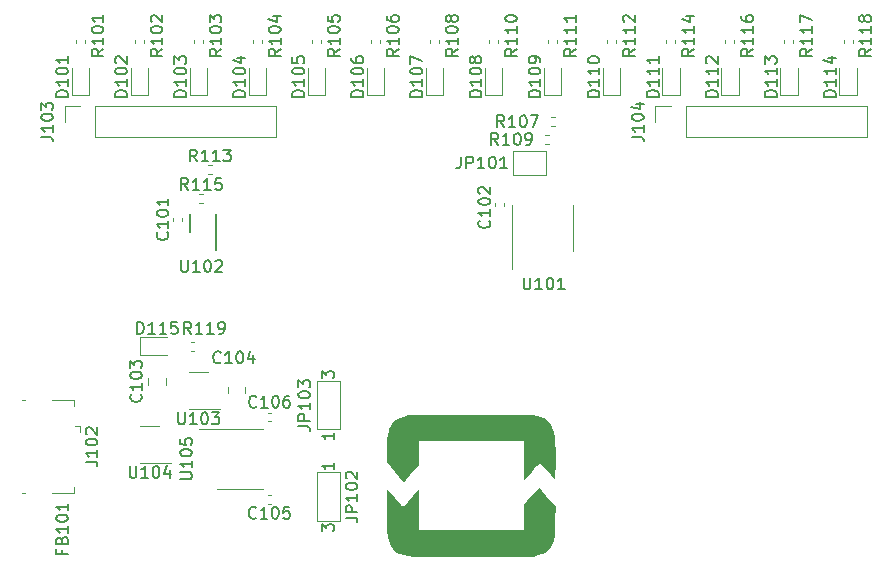
<source format=gto>
G04 #@! TF.GenerationSoftware,KiCad,Pcbnew,7.0.8-7.0.8~ubuntu23.04.1*
G04 #@! TF.CreationDate,2023-11-21T11:50:29+00:00*
G04 #@! TF.ProjectId,baggerdails,62616767-6572-4646-9169-6c732e6b6963,rev?*
G04 #@! TF.SameCoordinates,Original*
G04 #@! TF.FileFunction,Legend,Top*
G04 #@! TF.FilePolarity,Positive*
%FSLAX46Y46*%
G04 Gerber Fmt 4.6, Leading zero omitted, Abs format (unit mm)*
G04 Created by KiCad (PCBNEW 7.0.8-7.0.8~ubuntu23.04.1) date 2023-11-21 11:50:29*
%MOMM*%
%LPD*%
G01*
G04 APERTURE LIST*
%ADD10C,0.150000*%
%ADD11C,0.120000*%
G04 APERTURE END LIST*
D10*
X8285714Y15895181D02*
X8285714Y15085658D01*
X8285714Y15085658D02*
X8333333Y14990420D01*
X8333333Y14990420D02*
X8380952Y14942800D01*
X8380952Y14942800D02*
X8476190Y14895181D01*
X8476190Y14895181D02*
X8666666Y14895181D01*
X8666666Y14895181D02*
X8761904Y14942800D01*
X8761904Y14942800D02*
X8809523Y14990420D01*
X8809523Y14990420D02*
X8857142Y15085658D01*
X8857142Y15085658D02*
X8857142Y15895181D01*
X9857142Y14895181D02*
X9285714Y14895181D01*
X9571428Y14895181D02*
X9571428Y15895181D01*
X9571428Y15895181D02*
X9476190Y15752324D01*
X9476190Y15752324D02*
X9380952Y15657086D01*
X9380952Y15657086D02*
X9285714Y15609467D01*
X10476190Y15895181D02*
X10571428Y15895181D01*
X10571428Y15895181D02*
X10666666Y15847562D01*
X10666666Y15847562D02*
X10714285Y15799943D01*
X10714285Y15799943D02*
X10761904Y15704705D01*
X10761904Y15704705D02*
X10809523Y15514229D01*
X10809523Y15514229D02*
X10809523Y15276134D01*
X10809523Y15276134D02*
X10761904Y15085658D01*
X10761904Y15085658D02*
X10714285Y14990420D01*
X10714285Y14990420D02*
X10666666Y14942800D01*
X10666666Y14942800D02*
X10571428Y14895181D01*
X10571428Y14895181D02*
X10476190Y14895181D01*
X10476190Y14895181D02*
X10380952Y14942800D01*
X10380952Y14942800D02*
X10333333Y14990420D01*
X10333333Y14990420D02*
X10285714Y15085658D01*
X10285714Y15085658D02*
X10238095Y15276134D01*
X10238095Y15276134D02*
X10238095Y15514229D01*
X10238095Y15514229D02*
X10285714Y15704705D01*
X10285714Y15704705D02*
X10333333Y15799943D01*
X10333333Y15799943D02*
X10380952Y15847562D01*
X10380952Y15847562D02*
X10476190Y15895181D01*
X11142857Y15895181D02*
X11761904Y15895181D01*
X11761904Y15895181D02*
X11428571Y15514229D01*
X11428571Y15514229D02*
X11571428Y15514229D01*
X11571428Y15514229D02*
X11666666Y15466610D01*
X11666666Y15466610D02*
X11714285Y15418991D01*
X11714285Y15418991D02*
X11761904Y15323753D01*
X11761904Y15323753D02*
X11761904Y15085658D01*
X11761904Y15085658D02*
X11714285Y14990420D01*
X11714285Y14990420D02*
X11666666Y14942800D01*
X11666666Y14942800D02*
X11571428Y14895181D01*
X11571428Y14895181D02*
X11285714Y14895181D01*
X11285714Y14895181D02*
X11190476Y14942800D01*
X11190476Y14942800D02*
X11142857Y14990420D01*
X-1568991Y4214286D02*
X-1568991Y3880953D01*
X-1045181Y3880953D02*
X-2045181Y3880953D01*
X-2045181Y3880953D02*
X-2045181Y4357143D01*
X-1568991Y5071429D02*
X-1521372Y5214286D01*
X-1521372Y5214286D02*
X-1473753Y5261905D01*
X-1473753Y5261905D02*
X-1378515Y5309524D01*
X-1378515Y5309524D02*
X-1235658Y5309524D01*
X-1235658Y5309524D02*
X-1140420Y5261905D01*
X-1140420Y5261905D02*
X-1092800Y5214286D01*
X-1092800Y5214286D02*
X-1045181Y5119048D01*
X-1045181Y5119048D02*
X-1045181Y4738096D01*
X-1045181Y4738096D02*
X-2045181Y4738096D01*
X-2045181Y4738096D02*
X-2045181Y5071429D01*
X-2045181Y5071429D02*
X-1997562Y5166667D01*
X-1997562Y5166667D02*
X-1949943Y5214286D01*
X-1949943Y5214286D02*
X-1854705Y5261905D01*
X-1854705Y5261905D02*
X-1759467Y5261905D01*
X-1759467Y5261905D02*
X-1664229Y5214286D01*
X-1664229Y5214286D02*
X-1616610Y5166667D01*
X-1616610Y5166667D02*
X-1568991Y5071429D01*
X-1568991Y5071429D02*
X-1568991Y4738096D01*
X-1045181Y6261905D02*
X-1045181Y5690477D01*
X-1045181Y5976191D02*
X-2045181Y5976191D01*
X-2045181Y5976191D02*
X-1902324Y5880953D01*
X-1902324Y5880953D02*
X-1807086Y5785715D01*
X-1807086Y5785715D02*
X-1759467Y5690477D01*
X-2045181Y6880953D02*
X-2045181Y6976191D01*
X-2045181Y6976191D02*
X-1997562Y7071429D01*
X-1997562Y7071429D02*
X-1949943Y7119048D01*
X-1949943Y7119048D02*
X-1854705Y7166667D01*
X-1854705Y7166667D02*
X-1664229Y7214286D01*
X-1664229Y7214286D02*
X-1426134Y7214286D01*
X-1426134Y7214286D02*
X-1235658Y7166667D01*
X-1235658Y7166667D02*
X-1140420Y7119048D01*
X-1140420Y7119048D02*
X-1092800Y7071429D01*
X-1092800Y7071429D02*
X-1045181Y6976191D01*
X-1045181Y6976191D02*
X-1045181Y6880953D01*
X-1045181Y6880953D02*
X-1092800Y6785715D01*
X-1092800Y6785715D02*
X-1140420Y6738096D01*
X-1140420Y6738096D02*
X-1235658Y6690477D01*
X-1235658Y6690477D02*
X-1426134Y6642858D01*
X-1426134Y6642858D02*
X-1664229Y6642858D01*
X-1664229Y6642858D02*
X-1854705Y6690477D01*
X-1854705Y6690477D02*
X-1949943Y6738096D01*
X-1949943Y6738096D02*
X-1997562Y6785715D01*
X-1997562Y6785715D02*
X-2045181Y6880953D01*
X-1045181Y8166667D02*
X-1045181Y7595239D01*
X-1045181Y7880953D02*
X-2045181Y7880953D01*
X-2045181Y7880953D02*
X-1902324Y7785715D01*
X-1902324Y7785715D02*
X-1807086Y7690477D01*
X-1807086Y7690477D02*
X-1759467Y7595239D01*
X18454819Y14714286D02*
X19169104Y14714286D01*
X19169104Y14714286D02*
X19311961Y14666667D01*
X19311961Y14666667D02*
X19407200Y14571429D01*
X19407200Y14571429D02*
X19454819Y14428572D01*
X19454819Y14428572D02*
X19454819Y14333334D01*
X19454819Y15190477D02*
X18454819Y15190477D01*
X18454819Y15190477D02*
X18454819Y15571429D01*
X18454819Y15571429D02*
X18502438Y15666667D01*
X18502438Y15666667D02*
X18550057Y15714286D01*
X18550057Y15714286D02*
X18645295Y15761905D01*
X18645295Y15761905D02*
X18788152Y15761905D01*
X18788152Y15761905D02*
X18883390Y15714286D01*
X18883390Y15714286D02*
X18931009Y15666667D01*
X18931009Y15666667D02*
X18978628Y15571429D01*
X18978628Y15571429D02*
X18978628Y15190477D01*
X19454819Y16714286D02*
X19454819Y16142858D01*
X19454819Y16428572D02*
X18454819Y16428572D01*
X18454819Y16428572D02*
X18597676Y16333334D01*
X18597676Y16333334D02*
X18692914Y16238096D01*
X18692914Y16238096D02*
X18740533Y16142858D01*
X18454819Y17333334D02*
X18454819Y17428572D01*
X18454819Y17428572D02*
X18502438Y17523810D01*
X18502438Y17523810D02*
X18550057Y17571429D01*
X18550057Y17571429D02*
X18645295Y17619048D01*
X18645295Y17619048D02*
X18835771Y17666667D01*
X18835771Y17666667D02*
X19073866Y17666667D01*
X19073866Y17666667D02*
X19264342Y17619048D01*
X19264342Y17619048D02*
X19359580Y17571429D01*
X19359580Y17571429D02*
X19407200Y17523810D01*
X19407200Y17523810D02*
X19454819Y17428572D01*
X19454819Y17428572D02*
X19454819Y17333334D01*
X19454819Y17333334D02*
X19407200Y17238096D01*
X19407200Y17238096D02*
X19359580Y17190477D01*
X19359580Y17190477D02*
X19264342Y17142858D01*
X19264342Y17142858D02*
X19073866Y17095239D01*
X19073866Y17095239D02*
X18835771Y17095239D01*
X18835771Y17095239D02*
X18645295Y17142858D01*
X18645295Y17142858D02*
X18550057Y17190477D01*
X18550057Y17190477D02*
X18502438Y17238096D01*
X18502438Y17238096D02*
X18454819Y17333334D01*
X18454819Y18000001D02*
X18454819Y18619048D01*
X18454819Y18619048D02*
X18835771Y18285715D01*
X18835771Y18285715D02*
X18835771Y18428572D01*
X18835771Y18428572D02*
X18883390Y18523810D01*
X18883390Y18523810D02*
X18931009Y18571429D01*
X18931009Y18571429D02*
X19026247Y18619048D01*
X19026247Y18619048D02*
X19264342Y18619048D01*
X19264342Y18619048D02*
X19359580Y18571429D01*
X19359580Y18571429D02*
X19407200Y18523810D01*
X19407200Y18523810D02*
X19454819Y18428572D01*
X19454819Y18428572D02*
X19454819Y18142858D01*
X19454819Y18142858D02*
X19407200Y18047620D01*
X19407200Y18047620D02*
X19359580Y18000001D01*
X20454819Y18766668D02*
X20454819Y19385715D01*
X20454819Y19385715D02*
X20835771Y19052382D01*
X20835771Y19052382D02*
X20835771Y19195239D01*
X20835771Y19195239D02*
X20883390Y19290477D01*
X20883390Y19290477D02*
X20931009Y19338096D01*
X20931009Y19338096D02*
X21026247Y19385715D01*
X21026247Y19385715D02*
X21264342Y19385715D01*
X21264342Y19385715D02*
X21359580Y19338096D01*
X21359580Y19338096D02*
X21407200Y19290477D01*
X21407200Y19290477D02*
X21454819Y19195239D01*
X21454819Y19195239D02*
X21454819Y18909525D01*
X21454819Y18909525D02*
X21407200Y18814287D01*
X21407200Y18814287D02*
X21359580Y18766668D01*
X21454819Y14185715D02*
X21454819Y13614287D01*
X21454819Y13900001D02*
X20454819Y13900001D01*
X20454819Y13900001D02*
X20597676Y13804763D01*
X20597676Y13804763D02*
X20692914Y13709525D01*
X20692914Y13709525D02*
X20740533Y13614287D01*
X18954819Y42597025D02*
X17954819Y42597025D01*
X17954819Y42597025D02*
X17954819Y42835120D01*
X17954819Y42835120D02*
X18002438Y42977977D01*
X18002438Y42977977D02*
X18097676Y43073215D01*
X18097676Y43073215D02*
X18192914Y43120834D01*
X18192914Y43120834D02*
X18383390Y43168453D01*
X18383390Y43168453D02*
X18526247Y43168453D01*
X18526247Y43168453D02*
X18716723Y43120834D01*
X18716723Y43120834D02*
X18811961Y43073215D01*
X18811961Y43073215D02*
X18907200Y42977977D01*
X18907200Y42977977D02*
X18954819Y42835120D01*
X18954819Y42835120D02*
X18954819Y42597025D01*
X18954819Y44120834D02*
X18954819Y43549406D01*
X18954819Y43835120D02*
X17954819Y43835120D01*
X17954819Y43835120D02*
X18097676Y43739882D01*
X18097676Y43739882D02*
X18192914Y43644644D01*
X18192914Y43644644D02*
X18240533Y43549406D01*
X17954819Y44739882D02*
X17954819Y44835120D01*
X17954819Y44835120D02*
X18002438Y44930358D01*
X18002438Y44930358D02*
X18050057Y44977977D01*
X18050057Y44977977D02*
X18145295Y45025596D01*
X18145295Y45025596D02*
X18335771Y45073215D01*
X18335771Y45073215D02*
X18573866Y45073215D01*
X18573866Y45073215D02*
X18764342Y45025596D01*
X18764342Y45025596D02*
X18859580Y44977977D01*
X18859580Y44977977D02*
X18907200Y44930358D01*
X18907200Y44930358D02*
X18954819Y44835120D01*
X18954819Y44835120D02*
X18954819Y44739882D01*
X18954819Y44739882D02*
X18907200Y44644644D01*
X18907200Y44644644D02*
X18859580Y44597025D01*
X18859580Y44597025D02*
X18764342Y44549406D01*
X18764342Y44549406D02*
X18573866Y44501787D01*
X18573866Y44501787D02*
X18335771Y44501787D01*
X18335771Y44501787D02*
X18145295Y44549406D01*
X18145295Y44549406D02*
X18050057Y44597025D01*
X18050057Y44597025D02*
X18002438Y44644644D01*
X18002438Y44644644D02*
X17954819Y44739882D01*
X17954819Y45977977D02*
X17954819Y45501787D01*
X17954819Y45501787D02*
X18431009Y45454168D01*
X18431009Y45454168D02*
X18383390Y45501787D01*
X18383390Y45501787D02*
X18335771Y45597025D01*
X18335771Y45597025D02*
X18335771Y45835120D01*
X18335771Y45835120D02*
X18383390Y45930358D01*
X18383390Y45930358D02*
X18431009Y45977977D01*
X18431009Y45977977D02*
X18526247Y46025596D01*
X18526247Y46025596D02*
X18764342Y46025596D01*
X18764342Y46025596D02*
X18859580Y45977977D01*
X18859580Y45977977D02*
X18907200Y45930358D01*
X18907200Y45930358D02*
X18954819Y45835120D01*
X18954819Y45835120D02*
X18954819Y45597025D01*
X18954819Y45597025D02*
X18907200Y45501787D01*
X18907200Y45501787D02*
X18859580Y45454168D01*
X58954819Y42597025D02*
X57954819Y42597025D01*
X57954819Y42597025D02*
X57954819Y42835120D01*
X57954819Y42835120D02*
X58002438Y42977977D01*
X58002438Y42977977D02*
X58097676Y43073215D01*
X58097676Y43073215D02*
X58192914Y43120834D01*
X58192914Y43120834D02*
X58383390Y43168453D01*
X58383390Y43168453D02*
X58526247Y43168453D01*
X58526247Y43168453D02*
X58716723Y43120834D01*
X58716723Y43120834D02*
X58811961Y43073215D01*
X58811961Y43073215D02*
X58907200Y42977977D01*
X58907200Y42977977D02*
X58954819Y42835120D01*
X58954819Y42835120D02*
X58954819Y42597025D01*
X58954819Y44120834D02*
X58954819Y43549406D01*
X58954819Y43835120D02*
X57954819Y43835120D01*
X57954819Y43835120D02*
X58097676Y43739882D01*
X58097676Y43739882D02*
X58192914Y43644644D01*
X58192914Y43644644D02*
X58240533Y43549406D01*
X58954819Y45073215D02*
X58954819Y44501787D01*
X58954819Y44787501D02*
X57954819Y44787501D01*
X57954819Y44787501D02*
X58097676Y44692263D01*
X58097676Y44692263D02*
X58192914Y44597025D01*
X58192914Y44597025D02*
X58240533Y44501787D01*
X57954819Y45406549D02*
X57954819Y46025596D01*
X57954819Y46025596D02*
X58335771Y45692263D01*
X58335771Y45692263D02*
X58335771Y45835120D01*
X58335771Y45835120D02*
X58383390Y45930358D01*
X58383390Y45930358D02*
X58431009Y45977977D01*
X58431009Y45977977D02*
X58526247Y46025596D01*
X58526247Y46025596D02*
X58764342Y46025596D01*
X58764342Y46025596D02*
X58859580Y45977977D01*
X58859580Y45977977D02*
X58907200Y45930358D01*
X58907200Y45930358D02*
X58954819Y45835120D01*
X58954819Y45835120D02*
X58954819Y45549406D01*
X58954819Y45549406D02*
X58907200Y45454168D01*
X58907200Y45454168D02*
X58859580Y45406549D01*
X7359580Y31130953D02*
X7407200Y31083334D01*
X7407200Y31083334D02*
X7454819Y30940477D01*
X7454819Y30940477D02*
X7454819Y30845239D01*
X7454819Y30845239D02*
X7407200Y30702382D01*
X7407200Y30702382D02*
X7311961Y30607144D01*
X7311961Y30607144D02*
X7216723Y30559525D01*
X7216723Y30559525D02*
X7026247Y30511906D01*
X7026247Y30511906D02*
X6883390Y30511906D01*
X6883390Y30511906D02*
X6692914Y30559525D01*
X6692914Y30559525D02*
X6597676Y30607144D01*
X6597676Y30607144D02*
X6502438Y30702382D01*
X6502438Y30702382D02*
X6454819Y30845239D01*
X6454819Y30845239D02*
X6454819Y30940477D01*
X6454819Y30940477D02*
X6502438Y31083334D01*
X6502438Y31083334D02*
X6550057Y31130953D01*
X7454819Y32083334D02*
X7454819Y31511906D01*
X7454819Y31797620D02*
X6454819Y31797620D01*
X6454819Y31797620D02*
X6597676Y31702382D01*
X6597676Y31702382D02*
X6692914Y31607144D01*
X6692914Y31607144D02*
X6740533Y31511906D01*
X6454819Y32702382D02*
X6454819Y32797620D01*
X6454819Y32797620D02*
X6502438Y32892858D01*
X6502438Y32892858D02*
X6550057Y32940477D01*
X6550057Y32940477D02*
X6645295Y32988096D01*
X6645295Y32988096D02*
X6835771Y33035715D01*
X6835771Y33035715D02*
X7073866Y33035715D01*
X7073866Y33035715D02*
X7264342Y32988096D01*
X7264342Y32988096D02*
X7359580Y32940477D01*
X7359580Y32940477D02*
X7407200Y32892858D01*
X7407200Y32892858D02*
X7454819Y32797620D01*
X7454819Y32797620D02*
X7454819Y32702382D01*
X7454819Y32702382D02*
X7407200Y32607144D01*
X7407200Y32607144D02*
X7359580Y32559525D01*
X7359580Y32559525D02*
X7264342Y32511906D01*
X7264342Y32511906D02*
X7073866Y32464287D01*
X7073866Y32464287D02*
X6835771Y32464287D01*
X6835771Y32464287D02*
X6645295Y32511906D01*
X6645295Y32511906D02*
X6550057Y32559525D01*
X6550057Y32559525D02*
X6502438Y32607144D01*
X6502438Y32607144D02*
X6454819Y32702382D01*
X7454819Y33988096D02*
X7454819Y33416668D01*
X7454819Y33702382D02*
X6454819Y33702382D01*
X6454819Y33702382D02*
X6597676Y33607144D01*
X6597676Y33607144D02*
X6692914Y33511906D01*
X6692914Y33511906D02*
X6740533Y33416668D01*
X35380952Y38545181D02*
X35047619Y39021372D01*
X34809524Y38545181D02*
X34809524Y39545181D01*
X34809524Y39545181D02*
X35190476Y39545181D01*
X35190476Y39545181D02*
X35285714Y39497562D01*
X35285714Y39497562D02*
X35333333Y39449943D01*
X35333333Y39449943D02*
X35380952Y39354705D01*
X35380952Y39354705D02*
X35380952Y39211848D01*
X35380952Y39211848D02*
X35333333Y39116610D01*
X35333333Y39116610D02*
X35285714Y39068991D01*
X35285714Y39068991D02*
X35190476Y39021372D01*
X35190476Y39021372D02*
X34809524Y39021372D01*
X36333333Y38545181D02*
X35761905Y38545181D01*
X36047619Y38545181D02*
X36047619Y39545181D01*
X36047619Y39545181D02*
X35952381Y39402324D01*
X35952381Y39402324D02*
X35857143Y39307086D01*
X35857143Y39307086D02*
X35761905Y39259467D01*
X36952381Y39545181D02*
X37047619Y39545181D01*
X37047619Y39545181D02*
X37142857Y39497562D01*
X37142857Y39497562D02*
X37190476Y39449943D01*
X37190476Y39449943D02*
X37238095Y39354705D01*
X37238095Y39354705D02*
X37285714Y39164229D01*
X37285714Y39164229D02*
X37285714Y38926134D01*
X37285714Y38926134D02*
X37238095Y38735658D01*
X37238095Y38735658D02*
X37190476Y38640420D01*
X37190476Y38640420D02*
X37142857Y38592800D01*
X37142857Y38592800D02*
X37047619Y38545181D01*
X37047619Y38545181D02*
X36952381Y38545181D01*
X36952381Y38545181D02*
X36857143Y38592800D01*
X36857143Y38592800D02*
X36809524Y38640420D01*
X36809524Y38640420D02*
X36761905Y38735658D01*
X36761905Y38735658D02*
X36714286Y38926134D01*
X36714286Y38926134D02*
X36714286Y39164229D01*
X36714286Y39164229D02*
X36761905Y39354705D01*
X36761905Y39354705D02*
X36809524Y39449943D01*
X36809524Y39449943D02*
X36857143Y39497562D01*
X36857143Y39497562D02*
X36952381Y39545181D01*
X37761905Y38545181D02*
X37952381Y38545181D01*
X37952381Y38545181D02*
X38047619Y38592800D01*
X38047619Y38592800D02*
X38095238Y38640420D01*
X38095238Y38640420D02*
X38190476Y38783277D01*
X38190476Y38783277D02*
X38238095Y38973753D01*
X38238095Y38973753D02*
X38238095Y39354705D01*
X38238095Y39354705D02*
X38190476Y39449943D01*
X38190476Y39449943D02*
X38142857Y39497562D01*
X38142857Y39497562D02*
X38047619Y39545181D01*
X38047619Y39545181D02*
X37857143Y39545181D01*
X37857143Y39545181D02*
X37761905Y39497562D01*
X37761905Y39497562D02*
X37714286Y39449943D01*
X37714286Y39449943D02*
X37666667Y39354705D01*
X37666667Y39354705D02*
X37666667Y39116610D01*
X37666667Y39116610D02*
X37714286Y39021372D01*
X37714286Y39021372D02*
X37761905Y38973753D01*
X37761905Y38973753D02*
X37857143Y38926134D01*
X37857143Y38926134D02*
X38047619Y38926134D01*
X38047619Y38926134D02*
X38142857Y38973753D01*
X38142857Y38973753D02*
X38190476Y39021372D01*
X38190476Y39021372D02*
X38238095Y39116610D01*
X51954819Y46668453D02*
X51478628Y46335120D01*
X51954819Y46097025D02*
X50954819Y46097025D01*
X50954819Y46097025D02*
X50954819Y46477977D01*
X50954819Y46477977D02*
X51002438Y46573215D01*
X51002438Y46573215D02*
X51050057Y46620834D01*
X51050057Y46620834D02*
X51145295Y46668453D01*
X51145295Y46668453D02*
X51288152Y46668453D01*
X51288152Y46668453D02*
X51383390Y46620834D01*
X51383390Y46620834D02*
X51431009Y46573215D01*
X51431009Y46573215D02*
X51478628Y46477977D01*
X51478628Y46477977D02*
X51478628Y46097025D01*
X51954819Y47620834D02*
X51954819Y47049406D01*
X51954819Y47335120D02*
X50954819Y47335120D01*
X50954819Y47335120D02*
X51097676Y47239882D01*
X51097676Y47239882D02*
X51192914Y47144644D01*
X51192914Y47144644D02*
X51240533Y47049406D01*
X51954819Y48573215D02*
X51954819Y48001787D01*
X51954819Y48287501D02*
X50954819Y48287501D01*
X50954819Y48287501D02*
X51097676Y48192263D01*
X51097676Y48192263D02*
X51192914Y48097025D01*
X51192914Y48097025D02*
X51240533Y48001787D01*
X51288152Y49430358D02*
X51954819Y49430358D01*
X50907200Y49192263D02*
X51621485Y48954168D01*
X51621485Y48954168D02*
X51621485Y49573215D01*
X-1045181Y42597025D02*
X-2045181Y42597025D01*
X-2045181Y42597025D02*
X-2045181Y42835120D01*
X-2045181Y42835120D02*
X-1997562Y42977977D01*
X-1997562Y42977977D02*
X-1902324Y43073215D01*
X-1902324Y43073215D02*
X-1807086Y43120834D01*
X-1807086Y43120834D02*
X-1616610Y43168453D01*
X-1616610Y43168453D02*
X-1473753Y43168453D01*
X-1473753Y43168453D02*
X-1283277Y43120834D01*
X-1283277Y43120834D02*
X-1188039Y43073215D01*
X-1188039Y43073215D02*
X-1092800Y42977977D01*
X-1092800Y42977977D02*
X-1045181Y42835120D01*
X-1045181Y42835120D02*
X-1045181Y42597025D01*
X-1045181Y44120834D02*
X-1045181Y43549406D01*
X-1045181Y43835120D02*
X-2045181Y43835120D01*
X-2045181Y43835120D02*
X-1902324Y43739882D01*
X-1902324Y43739882D02*
X-1807086Y43644644D01*
X-1807086Y43644644D02*
X-1759467Y43549406D01*
X-2045181Y44739882D02*
X-2045181Y44835120D01*
X-2045181Y44835120D02*
X-1997562Y44930358D01*
X-1997562Y44930358D02*
X-1949943Y44977977D01*
X-1949943Y44977977D02*
X-1854705Y45025596D01*
X-1854705Y45025596D02*
X-1664229Y45073215D01*
X-1664229Y45073215D02*
X-1426134Y45073215D01*
X-1426134Y45073215D02*
X-1235658Y45025596D01*
X-1235658Y45025596D02*
X-1140420Y44977977D01*
X-1140420Y44977977D02*
X-1092800Y44930358D01*
X-1092800Y44930358D02*
X-1045181Y44835120D01*
X-1045181Y44835120D02*
X-1045181Y44739882D01*
X-1045181Y44739882D02*
X-1092800Y44644644D01*
X-1092800Y44644644D02*
X-1140420Y44597025D01*
X-1140420Y44597025D02*
X-1235658Y44549406D01*
X-1235658Y44549406D02*
X-1426134Y44501787D01*
X-1426134Y44501787D02*
X-1664229Y44501787D01*
X-1664229Y44501787D02*
X-1854705Y44549406D01*
X-1854705Y44549406D02*
X-1949943Y44597025D01*
X-1949943Y44597025D02*
X-1997562Y44644644D01*
X-1997562Y44644644D02*
X-2045181Y44739882D01*
X-1045181Y46025596D02*
X-1045181Y45454168D01*
X-1045181Y45739882D02*
X-2045181Y45739882D01*
X-2045181Y45739882D02*
X-1902324Y45644644D01*
X-1902324Y45644644D02*
X-1807086Y45549406D01*
X-1807086Y45549406D02*
X-1759467Y45454168D01*
X11880952Y20140420D02*
X11833333Y20092800D01*
X11833333Y20092800D02*
X11690476Y20045181D01*
X11690476Y20045181D02*
X11595238Y20045181D01*
X11595238Y20045181D02*
X11452381Y20092800D01*
X11452381Y20092800D02*
X11357143Y20188039D01*
X11357143Y20188039D02*
X11309524Y20283277D01*
X11309524Y20283277D02*
X11261905Y20473753D01*
X11261905Y20473753D02*
X11261905Y20616610D01*
X11261905Y20616610D02*
X11309524Y20807086D01*
X11309524Y20807086D02*
X11357143Y20902324D01*
X11357143Y20902324D02*
X11452381Y20997562D01*
X11452381Y20997562D02*
X11595238Y21045181D01*
X11595238Y21045181D02*
X11690476Y21045181D01*
X11690476Y21045181D02*
X11833333Y20997562D01*
X11833333Y20997562D02*
X11880952Y20949943D01*
X12833333Y20045181D02*
X12261905Y20045181D01*
X12547619Y20045181D02*
X12547619Y21045181D01*
X12547619Y21045181D02*
X12452381Y20902324D01*
X12452381Y20902324D02*
X12357143Y20807086D01*
X12357143Y20807086D02*
X12261905Y20759467D01*
X13452381Y21045181D02*
X13547619Y21045181D01*
X13547619Y21045181D02*
X13642857Y20997562D01*
X13642857Y20997562D02*
X13690476Y20949943D01*
X13690476Y20949943D02*
X13738095Y20854705D01*
X13738095Y20854705D02*
X13785714Y20664229D01*
X13785714Y20664229D02*
X13785714Y20426134D01*
X13785714Y20426134D02*
X13738095Y20235658D01*
X13738095Y20235658D02*
X13690476Y20140420D01*
X13690476Y20140420D02*
X13642857Y20092800D01*
X13642857Y20092800D02*
X13547619Y20045181D01*
X13547619Y20045181D02*
X13452381Y20045181D01*
X13452381Y20045181D02*
X13357143Y20092800D01*
X13357143Y20092800D02*
X13309524Y20140420D01*
X13309524Y20140420D02*
X13261905Y20235658D01*
X13261905Y20235658D02*
X13214286Y20426134D01*
X13214286Y20426134D02*
X13214286Y20664229D01*
X13214286Y20664229D02*
X13261905Y20854705D01*
X13261905Y20854705D02*
X13309524Y20949943D01*
X13309524Y20949943D02*
X13357143Y20997562D01*
X13357143Y20997562D02*
X13452381Y21045181D01*
X14642857Y20711848D02*
X14642857Y20045181D01*
X14404762Y21092800D02*
X14166667Y20378515D01*
X14166667Y20378515D02*
X14785714Y20378515D01*
X46954819Y46668453D02*
X46478628Y46335120D01*
X46954819Y46097025D02*
X45954819Y46097025D01*
X45954819Y46097025D02*
X45954819Y46477977D01*
X45954819Y46477977D02*
X46002438Y46573215D01*
X46002438Y46573215D02*
X46050057Y46620834D01*
X46050057Y46620834D02*
X46145295Y46668453D01*
X46145295Y46668453D02*
X46288152Y46668453D01*
X46288152Y46668453D02*
X46383390Y46620834D01*
X46383390Y46620834D02*
X46431009Y46573215D01*
X46431009Y46573215D02*
X46478628Y46477977D01*
X46478628Y46477977D02*
X46478628Y46097025D01*
X46954819Y47620834D02*
X46954819Y47049406D01*
X46954819Y47335120D02*
X45954819Y47335120D01*
X45954819Y47335120D02*
X46097676Y47239882D01*
X46097676Y47239882D02*
X46192914Y47144644D01*
X46192914Y47144644D02*
X46240533Y47049406D01*
X46954819Y48573215D02*
X46954819Y48001787D01*
X46954819Y48287501D02*
X45954819Y48287501D01*
X45954819Y48287501D02*
X46097676Y48192263D01*
X46097676Y48192263D02*
X46192914Y48097025D01*
X46192914Y48097025D02*
X46240533Y48001787D01*
X46050057Y48954168D02*
X46002438Y49001787D01*
X46002438Y49001787D02*
X45954819Y49097025D01*
X45954819Y49097025D02*
X45954819Y49335120D01*
X45954819Y49335120D02*
X46002438Y49430358D01*
X46002438Y49430358D02*
X46050057Y49477977D01*
X46050057Y49477977D02*
X46145295Y49525596D01*
X46145295Y49525596D02*
X46240533Y49525596D01*
X46240533Y49525596D02*
X46383390Y49477977D01*
X46383390Y49477977D02*
X46954819Y48906549D01*
X46954819Y48906549D02*
X46954819Y49525596D01*
X61954819Y46668453D02*
X61478628Y46335120D01*
X61954819Y46097025D02*
X60954819Y46097025D01*
X60954819Y46097025D02*
X60954819Y46477977D01*
X60954819Y46477977D02*
X61002438Y46573215D01*
X61002438Y46573215D02*
X61050057Y46620834D01*
X61050057Y46620834D02*
X61145295Y46668453D01*
X61145295Y46668453D02*
X61288152Y46668453D01*
X61288152Y46668453D02*
X61383390Y46620834D01*
X61383390Y46620834D02*
X61431009Y46573215D01*
X61431009Y46573215D02*
X61478628Y46477977D01*
X61478628Y46477977D02*
X61478628Y46097025D01*
X61954819Y47620834D02*
X61954819Y47049406D01*
X61954819Y47335120D02*
X60954819Y47335120D01*
X60954819Y47335120D02*
X61097676Y47239882D01*
X61097676Y47239882D02*
X61192914Y47144644D01*
X61192914Y47144644D02*
X61240533Y47049406D01*
X61954819Y48573215D02*
X61954819Y48001787D01*
X61954819Y48287501D02*
X60954819Y48287501D01*
X60954819Y48287501D02*
X61097676Y48192263D01*
X61097676Y48192263D02*
X61192914Y48097025D01*
X61192914Y48097025D02*
X61240533Y48001787D01*
X60954819Y48906549D02*
X60954819Y49573215D01*
X60954819Y49573215D02*
X61954819Y49144644D01*
X14900952Y16390420D02*
X14853333Y16342800D01*
X14853333Y16342800D02*
X14710476Y16295181D01*
X14710476Y16295181D02*
X14615238Y16295181D01*
X14615238Y16295181D02*
X14472381Y16342800D01*
X14472381Y16342800D02*
X14377143Y16438039D01*
X14377143Y16438039D02*
X14329524Y16533277D01*
X14329524Y16533277D02*
X14281905Y16723753D01*
X14281905Y16723753D02*
X14281905Y16866610D01*
X14281905Y16866610D02*
X14329524Y17057086D01*
X14329524Y17057086D02*
X14377143Y17152324D01*
X14377143Y17152324D02*
X14472381Y17247562D01*
X14472381Y17247562D02*
X14615238Y17295181D01*
X14615238Y17295181D02*
X14710476Y17295181D01*
X14710476Y17295181D02*
X14853333Y17247562D01*
X14853333Y17247562D02*
X14900952Y17199943D01*
X15853333Y16295181D02*
X15281905Y16295181D01*
X15567619Y16295181D02*
X15567619Y17295181D01*
X15567619Y17295181D02*
X15472381Y17152324D01*
X15472381Y17152324D02*
X15377143Y17057086D01*
X15377143Y17057086D02*
X15281905Y17009467D01*
X16472381Y17295181D02*
X16567619Y17295181D01*
X16567619Y17295181D02*
X16662857Y17247562D01*
X16662857Y17247562D02*
X16710476Y17199943D01*
X16710476Y17199943D02*
X16758095Y17104705D01*
X16758095Y17104705D02*
X16805714Y16914229D01*
X16805714Y16914229D02*
X16805714Y16676134D01*
X16805714Y16676134D02*
X16758095Y16485658D01*
X16758095Y16485658D02*
X16710476Y16390420D01*
X16710476Y16390420D02*
X16662857Y16342800D01*
X16662857Y16342800D02*
X16567619Y16295181D01*
X16567619Y16295181D02*
X16472381Y16295181D01*
X16472381Y16295181D02*
X16377143Y16342800D01*
X16377143Y16342800D02*
X16329524Y16390420D01*
X16329524Y16390420D02*
X16281905Y16485658D01*
X16281905Y16485658D02*
X16234286Y16676134D01*
X16234286Y16676134D02*
X16234286Y16914229D01*
X16234286Y16914229D02*
X16281905Y17104705D01*
X16281905Y17104705D02*
X16329524Y17199943D01*
X16329524Y17199943D02*
X16377143Y17247562D01*
X16377143Y17247562D02*
X16472381Y17295181D01*
X17662857Y17295181D02*
X17472381Y17295181D01*
X17472381Y17295181D02*
X17377143Y17247562D01*
X17377143Y17247562D02*
X17329524Y17199943D01*
X17329524Y17199943D02*
X17234286Y17057086D01*
X17234286Y17057086D02*
X17186667Y16866610D01*
X17186667Y16866610D02*
X17186667Y16485658D01*
X17186667Y16485658D02*
X17234286Y16390420D01*
X17234286Y16390420D02*
X17281905Y16342800D01*
X17281905Y16342800D02*
X17377143Y16295181D01*
X17377143Y16295181D02*
X17567619Y16295181D01*
X17567619Y16295181D02*
X17662857Y16342800D01*
X17662857Y16342800D02*
X17710476Y16390420D01*
X17710476Y16390420D02*
X17758095Y16485658D01*
X17758095Y16485658D02*
X17758095Y16723753D01*
X17758095Y16723753D02*
X17710476Y16818991D01*
X17710476Y16818991D02*
X17662857Y16866610D01*
X17662857Y16866610D02*
X17567619Y16914229D01*
X17567619Y16914229D02*
X17377143Y16914229D01*
X17377143Y16914229D02*
X17281905Y16866610D01*
X17281905Y16866610D02*
X17234286Y16818991D01*
X17234286Y16818991D02*
X17186667Y16723753D01*
X33954819Y42597025D02*
X32954819Y42597025D01*
X32954819Y42597025D02*
X32954819Y42835120D01*
X32954819Y42835120D02*
X33002438Y42977977D01*
X33002438Y42977977D02*
X33097676Y43073215D01*
X33097676Y43073215D02*
X33192914Y43120834D01*
X33192914Y43120834D02*
X33383390Y43168453D01*
X33383390Y43168453D02*
X33526247Y43168453D01*
X33526247Y43168453D02*
X33716723Y43120834D01*
X33716723Y43120834D02*
X33811961Y43073215D01*
X33811961Y43073215D02*
X33907200Y42977977D01*
X33907200Y42977977D02*
X33954819Y42835120D01*
X33954819Y42835120D02*
X33954819Y42597025D01*
X33954819Y44120834D02*
X33954819Y43549406D01*
X33954819Y43835120D02*
X32954819Y43835120D01*
X32954819Y43835120D02*
X33097676Y43739882D01*
X33097676Y43739882D02*
X33192914Y43644644D01*
X33192914Y43644644D02*
X33240533Y43549406D01*
X32954819Y44739882D02*
X32954819Y44835120D01*
X32954819Y44835120D02*
X33002438Y44930358D01*
X33002438Y44930358D02*
X33050057Y44977977D01*
X33050057Y44977977D02*
X33145295Y45025596D01*
X33145295Y45025596D02*
X33335771Y45073215D01*
X33335771Y45073215D02*
X33573866Y45073215D01*
X33573866Y45073215D02*
X33764342Y45025596D01*
X33764342Y45025596D02*
X33859580Y44977977D01*
X33859580Y44977977D02*
X33907200Y44930358D01*
X33907200Y44930358D02*
X33954819Y44835120D01*
X33954819Y44835120D02*
X33954819Y44739882D01*
X33954819Y44739882D02*
X33907200Y44644644D01*
X33907200Y44644644D02*
X33859580Y44597025D01*
X33859580Y44597025D02*
X33764342Y44549406D01*
X33764342Y44549406D02*
X33573866Y44501787D01*
X33573866Y44501787D02*
X33335771Y44501787D01*
X33335771Y44501787D02*
X33145295Y44549406D01*
X33145295Y44549406D02*
X33050057Y44597025D01*
X33050057Y44597025D02*
X33002438Y44644644D01*
X33002438Y44644644D02*
X32954819Y44739882D01*
X33383390Y45644644D02*
X33335771Y45549406D01*
X33335771Y45549406D02*
X33288152Y45501787D01*
X33288152Y45501787D02*
X33192914Y45454168D01*
X33192914Y45454168D02*
X33145295Y45454168D01*
X33145295Y45454168D02*
X33050057Y45501787D01*
X33050057Y45501787D02*
X33002438Y45549406D01*
X33002438Y45549406D02*
X32954819Y45644644D01*
X32954819Y45644644D02*
X32954819Y45835120D01*
X32954819Y45835120D02*
X33002438Y45930358D01*
X33002438Y45930358D02*
X33050057Y45977977D01*
X33050057Y45977977D02*
X33145295Y46025596D01*
X33145295Y46025596D02*
X33192914Y46025596D01*
X33192914Y46025596D02*
X33288152Y45977977D01*
X33288152Y45977977D02*
X33335771Y45930358D01*
X33335771Y45930358D02*
X33383390Y45835120D01*
X33383390Y45835120D02*
X33383390Y45644644D01*
X33383390Y45644644D02*
X33431009Y45549406D01*
X33431009Y45549406D02*
X33478628Y45501787D01*
X33478628Y45501787D02*
X33573866Y45454168D01*
X33573866Y45454168D02*
X33764342Y45454168D01*
X33764342Y45454168D02*
X33859580Y45501787D01*
X33859580Y45501787D02*
X33907200Y45549406D01*
X33907200Y45549406D02*
X33954819Y45644644D01*
X33954819Y45644644D02*
X33954819Y45835120D01*
X33954819Y45835120D02*
X33907200Y45930358D01*
X33907200Y45930358D02*
X33859580Y45977977D01*
X33859580Y45977977D02*
X33764342Y46025596D01*
X33764342Y46025596D02*
X33573866Y46025596D01*
X33573866Y46025596D02*
X33478628Y45977977D01*
X33478628Y45977977D02*
X33431009Y45930358D01*
X33431009Y45930358D02*
X33383390Y45835120D01*
X56954819Y46668453D02*
X56478628Y46335120D01*
X56954819Y46097025D02*
X55954819Y46097025D01*
X55954819Y46097025D02*
X55954819Y46477977D01*
X55954819Y46477977D02*
X56002438Y46573215D01*
X56002438Y46573215D02*
X56050057Y46620834D01*
X56050057Y46620834D02*
X56145295Y46668453D01*
X56145295Y46668453D02*
X56288152Y46668453D01*
X56288152Y46668453D02*
X56383390Y46620834D01*
X56383390Y46620834D02*
X56431009Y46573215D01*
X56431009Y46573215D02*
X56478628Y46477977D01*
X56478628Y46477977D02*
X56478628Y46097025D01*
X56954819Y47620834D02*
X56954819Y47049406D01*
X56954819Y47335120D02*
X55954819Y47335120D01*
X55954819Y47335120D02*
X56097676Y47239882D01*
X56097676Y47239882D02*
X56192914Y47144644D01*
X56192914Y47144644D02*
X56240533Y47049406D01*
X56954819Y48573215D02*
X56954819Y48001787D01*
X56954819Y48287501D02*
X55954819Y48287501D01*
X55954819Y48287501D02*
X56097676Y48192263D01*
X56097676Y48192263D02*
X56192914Y48097025D01*
X56192914Y48097025D02*
X56240533Y48001787D01*
X55954819Y49430358D02*
X55954819Y49239882D01*
X55954819Y49239882D02*
X56002438Y49144644D01*
X56002438Y49144644D02*
X56050057Y49097025D01*
X56050057Y49097025D02*
X56192914Y49001787D01*
X56192914Y49001787D02*
X56383390Y48954168D01*
X56383390Y48954168D02*
X56764342Y48954168D01*
X56764342Y48954168D02*
X56859580Y49001787D01*
X56859580Y49001787D02*
X56907200Y49049406D01*
X56907200Y49049406D02*
X56954819Y49144644D01*
X56954819Y49144644D02*
X56954819Y49335120D01*
X56954819Y49335120D02*
X56907200Y49430358D01*
X56907200Y49430358D02*
X56859580Y49477977D01*
X56859580Y49477977D02*
X56764342Y49525596D01*
X56764342Y49525596D02*
X56526247Y49525596D01*
X56526247Y49525596D02*
X56431009Y49477977D01*
X56431009Y49477977D02*
X56383390Y49430358D01*
X56383390Y49430358D02*
X56335771Y49335120D01*
X56335771Y49335120D02*
X56335771Y49144644D01*
X56335771Y49144644D02*
X56383390Y49049406D01*
X56383390Y49049406D02*
X56431009Y49001787D01*
X56431009Y49001787D02*
X56526247Y48954168D01*
X5109580Y17410953D02*
X5157200Y17363334D01*
X5157200Y17363334D02*
X5204819Y17220477D01*
X5204819Y17220477D02*
X5204819Y17125239D01*
X5204819Y17125239D02*
X5157200Y16982382D01*
X5157200Y16982382D02*
X5061961Y16887144D01*
X5061961Y16887144D02*
X4966723Y16839525D01*
X4966723Y16839525D02*
X4776247Y16791906D01*
X4776247Y16791906D02*
X4633390Y16791906D01*
X4633390Y16791906D02*
X4442914Y16839525D01*
X4442914Y16839525D02*
X4347676Y16887144D01*
X4347676Y16887144D02*
X4252438Y16982382D01*
X4252438Y16982382D02*
X4204819Y17125239D01*
X4204819Y17125239D02*
X4204819Y17220477D01*
X4204819Y17220477D02*
X4252438Y17363334D01*
X4252438Y17363334D02*
X4300057Y17410953D01*
X5204819Y18363334D02*
X5204819Y17791906D01*
X5204819Y18077620D02*
X4204819Y18077620D01*
X4204819Y18077620D02*
X4347676Y17982382D01*
X4347676Y17982382D02*
X4442914Y17887144D01*
X4442914Y17887144D02*
X4490533Y17791906D01*
X4204819Y18982382D02*
X4204819Y19077620D01*
X4204819Y19077620D02*
X4252438Y19172858D01*
X4252438Y19172858D02*
X4300057Y19220477D01*
X4300057Y19220477D02*
X4395295Y19268096D01*
X4395295Y19268096D02*
X4585771Y19315715D01*
X4585771Y19315715D02*
X4823866Y19315715D01*
X4823866Y19315715D02*
X5014342Y19268096D01*
X5014342Y19268096D02*
X5109580Y19220477D01*
X5109580Y19220477D02*
X5157200Y19172858D01*
X5157200Y19172858D02*
X5204819Y19077620D01*
X5204819Y19077620D02*
X5204819Y18982382D01*
X5204819Y18982382D02*
X5157200Y18887144D01*
X5157200Y18887144D02*
X5109580Y18839525D01*
X5109580Y18839525D02*
X5014342Y18791906D01*
X5014342Y18791906D02*
X4823866Y18744287D01*
X4823866Y18744287D02*
X4585771Y18744287D01*
X4585771Y18744287D02*
X4395295Y18791906D01*
X4395295Y18791906D02*
X4300057Y18839525D01*
X4300057Y18839525D02*
X4252438Y18887144D01*
X4252438Y18887144D02*
X4204819Y18982382D01*
X4204819Y19649049D02*
X4204819Y20268096D01*
X4204819Y20268096D02*
X4585771Y19934763D01*
X4585771Y19934763D02*
X4585771Y20077620D01*
X4585771Y20077620D02*
X4633390Y20172858D01*
X4633390Y20172858D02*
X4681009Y20220477D01*
X4681009Y20220477D02*
X4776247Y20268096D01*
X4776247Y20268096D02*
X5014342Y20268096D01*
X5014342Y20268096D02*
X5109580Y20220477D01*
X5109580Y20220477D02*
X5157200Y20172858D01*
X5157200Y20172858D02*
X5204819Y20077620D01*
X5204819Y20077620D02*
X5204819Y19791906D01*
X5204819Y19791906D02*
X5157200Y19696668D01*
X5157200Y19696668D02*
X5109580Y19649049D01*
X6954819Y46668453D02*
X6478628Y46335120D01*
X6954819Y46097025D02*
X5954819Y46097025D01*
X5954819Y46097025D02*
X5954819Y46477977D01*
X5954819Y46477977D02*
X6002438Y46573215D01*
X6002438Y46573215D02*
X6050057Y46620834D01*
X6050057Y46620834D02*
X6145295Y46668453D01*
X6145295Y46668453D02*
X6288152Y46668453D01*
X6288152Y46668453D02*
X6383390Y46620834D01*
X6383390Y46620834D02*
X6431009Y46573215D01*
X6431009Y46573215D02*
X6478628Y46477977D01*
X6478628Y46477977D02*
X6478628Y46097025D01*
X6954819Y47620834D02*
X6954819Y47049406D01*
X6954819Y47335120D02*
X5954819Y47335120D01*
X5954819Y47335120D02*
X6097676Y47239882D01*
X6097676Y47239882D02*
X6192914Y47144644D01*
X6192914Y47144644D02*
X6240533Y47049406D01*
X5954819Y48239882D02*
X5954819Y48335120D01*
X5954819Y48335120D02*
X6002438Y48430358D01*
X6002438Y48430358D02*
X6050057Y48477977D01*
X6050057Y48477977D02*
X6145295Y48525596D01*
X6145295Y48525596D02*
X6335771Y48573215D01*
X6335771Y48573215D02*
X6573866Y48573215D01*
X6573866Y48573215D02*
X6764342Y48525596D01*
X6764342Y48525596D02*
X6859580Y48477977D01*
X6859580Y48477977D02*
X6907200Y48430358D01*
X6907200Y48430358D02*
X6954819Y48335120D01*
X6954819Y48335120D02*
X6954819Y48239882D01*
X6954819Y48239882D02*
X6907200Y48144644D01*
X6907200Y48144644D02*
X6859580Y48097025D01*
X6859580Y48097025D02*
X6764342Y48049406D01*
X6764342Y48049406D02*
X6573866Y48001787D01*
X6573866Y48001787D02*
X6335771Y48001787D01*
X6335771Y48001787D02*
X6145295Y48049406D01*
X6145295Y48049406D02*
X6050057Y48097025D01*
X6050057Y48097025D02*
X6002438Y48144644D01*
X6002438Y48144644D02*
X5954819Y48239882D01*
X6050057Y48954168D02*
X6002438Y49001787D01*
X6002438Y49001787D02*
X5954819Y49097025D01*
X5954819Y49097025D02*
X5954819Y49335120D01*
X5954819Y49335120D02*
X6002438Y49430358D01*
X6002438Y49430358D02*
X6050057Y49477977D01*
X6050057Y49477977D02*
X6145295Y49525596D01*
X6145295Y49525596D02*
X6240533Y49525596D01*
X6240533Y49525596D02*
X6383390Y49477977D01*
X6383390Y49477977D02*
X6954819Y48906549D01*
X6954819Y48906549D02*
X6954819Y49525596D01*
X32214285Y37545181D02*
X32214285Y36830896D01*
X32214285Y36830896D02*
X32166666Y36688039D01*
X32166666Y36688039D02*
X32071428Y36592800D01*
X32071428Y36592800D02*
X31928571Y36545181D01*
X31928571Y36545181D02*
X31833333Y36545181D01*
X32690476Y36545181D02*
X32690476Y37545181D01*
X32690476Y37545181D02*
X33071428Y37545181D01*
X33071428Y37545181D02*
X33166666Y37497562D01*
X33166666Y37497562D02*
X33214285Y37449943D01*
X33214285Y37449943D02*
X33261904Y37354705D01*
X33261904Y37354705D02*
X33261904Y37211848D01*
X33261904Y37211848D02*
X33214285Y37116610D01*
X33214285Y37116610D02*
X33166666Y37068991D01*
X33166666Y37068991D02*
X33071428Y37021372D01*
X33071428Y37021372D02*
X32690476Y37021372D01*
X34214285Y36545181D02*
X33642857Y36545181D01*
X33928571Y36545181D02*
X33928571Y37545181D01*
X33928571Y37545181D02*
X33833333Y37402324D01*
X33833333Y37402324D02*
X33738095Y37307086D01*
X33738095Y37307086D02*
X33642857Y37259467D01*
X34833333Y37545181D02*
X34928571Y37545181D01*
X34928571Y37545181D02*
X35023809Y37497562D01*
X35023809Y37497562D02*
X35071428Y37449943D01*
X35071428Y37449943D02*
X35119047Y37354705D01*
X35119047Y37354705D02*
X35166666Y37164229D01*
X35166666Y37164229D02*
X35166666Y36926134D01*
X35166666Y36926134D02*
X35119047Y36735658D01*
X35119047Y36735658D02*
X35071428Y36640420D01*
X35071428Y36640420D02*
X35023809Y36592800D01*
X35023809Y36592800D02*
X34928571Y36545181D01*
X34928571Y36545181D02*
X34833333Y36545181D01*
X34833333Y36545181D02*
X34738095Y36592800D01*
X34738095Y36592800D02*
X34690476Y36640420D01*
X34690476Y36640420D02*
X34642857Y36735658D01*
X34642857Y36735658D02*
X34595238Y36926134D01*
X34595238Y36926134D02*
X34595238Y37164229D01*
X34595238Y37164229D02*
X34642857Y37354705D01*
X34642857Y37354705D02*
X34690476Y37449943D01*
X34690476Y37449943D02*
X34738095Y37497562D01*
X34738095Y37497562D02*
X34833333Y37545181D01*
X36119047Y36545181D02*
X35547619Y36545181D01*
X35833333Y36545181D02*
X35833333Y37545181D01*
X35833333Y37545181D02*
X35738095Y37402324D01*
X35738095Y37402324D02*
X35642857Y37307086D01*
X35642857Y37307086D02*
X35547619Y37259467D01*
X34609580Y32130953D02*
X34657200Y32083334D01*
X34657200Y32083334D02*
X34704819Y31940477D01*
X34704819Y31940477D02*
X34704819Y31845239D01*
X34704819Y31845239D02*
X34657200Y31702382D01*
X34657200Y31702382D02*
X34561961Y31607144D01*
X34561961Y31607144D02*
X34466723Y31559525D01*
X34466723Y31559525D02*
X34276247Y31511906D01*
X34276247Y31511906D02*
X34133390Y31511906D01*
X34133390Y31511906D02*
X33942914Y31559525D01*
X33942914Y31559525D02*
X33847676Y31607144D01*
X33847676Y31607144D02*
X33752438Y31702382D01*
X33752438Y31702382D02*
X33704819Y31845239D01*
X33704819Y31845239D02*
X33704819Y31940477D01*
X33704819Y31940477D02*
X33752438Y32083334D01*
X33752438Y32083334D02*
X33800057Y32130953D01*
X34704819Y33083334D02*
X34704819Y32511906D01*
X34704819Y32797620D02*
X33704819Y32797620D01*
X33704819Y32797620D02*
X33847676Y32702382D01*
X33847676Y32702382D02*
X33942914Y32607144D01*
X33942914Y32607144D02*
X33990533Y32511906D01*
X33704819Y33702382D02*
X33704819Y33797620D01*
X33704819Y33797620D02*
X33752438Y33892858D01*
X33752438Y33892858D02*
X33800057Y33940477D01*
X33800057Y33940477D02*
X33895295Y33988096D01*
X33895295Y33988096D02*
X34085771Y34035715D01*
X34085771Y34035715D02*
X34323866Y34035715D01*
X34323866Y34035715D02*
X34514342Y33988096D01*
X34514342Y33988096D02*
X34609580Y33940477D01*
X34609580Y33940477D02*
X34657200Y33892858D01*
X34657200Y33892858D02*
X34704819Y33797620D01*
X34704819Y33797620D02*
X34704819Y33702382D01*
X34704819Y33702382D02*
X34657200Y33607144D01*
X34657200Y33607144D02*
X34609580Y33559525D01*
X34609580Y33559525D02*
X34514342Y33511906D01*
X34514342Y33511906D02*
X34323866Y33464287D01*
X34323866Y33464287D02*
X34085771Y33464287D01*
X34085771Y33464287D02*
X33895295Y33511906D01*
X33895295Y33511906D02*
X33800057Y33559525D01*
X33800057Y33559525D02*
X33752438Y33607144D01*
X33752438Y33607144D02*
X33704819Y33702382D01*
X33800057Y34416668D02*
X33752438Y34464287D01*
X33752438Y34464287D02*
X33704819Y34559525D01*
X33704819Y34559525D02*
X33704819Y34797620D01*
X33704819Y34797620D02*
X33752438Y34892858D01*
X33752438Y34892858D02*
X33800057Y34940477D01*
X33800057Y34940477D02*
X33895295Y34988096D01*
X33895295Y34988096D02*
X33990533Y34988096D01*
X33990533Y34988096D02*
X34133390Y34940477D01*
X34133390Y34940477D02*
X34704819Y34369049D01*
X34704819Y34369049D02*
X34704819Y34988096D01*
X23954819Y42597025D02*
X22954819Y42597025D01*
X22954819Y42597025D02*
X22954819Y42835120D01*
X22954819Y42835120D02*
X23002438Y42977977D01*
X23002438Y42977977D02*
X23097676Y43073215D01*
X23097676Y43073215D02*
X23192914Y43120834D01*
X23192914Y43120834D02*
X23383390Y43168453D01*
X23383390Y43168453D02*
X23526247Y43168453D01*
X23526247Y43168453D02*
X23716723Y43120834D01*
X23716723Y43120834D02*
X23811961Y43073215D01*
X23811961Y43073215D02*
X23907200Y42977977D01*
X23907200Y42977977D02*
X23954819Y42835120D01*
X23954819Y42835120D02*
X23954819Y42597025D01*
X23954819Y44120834D02*
X23954819Y43549406D01*
X23954819Y43835120D02*
X22954819Y43835120D01*
X22954819Y43835120D02*
X23097676Y43739882D01*
X23097676Y43739882D02*
X23192914Y43644644D01*
X23192914Y43644644D02*
X23240533Y43549406D01*
X22954819Y44739882D02*
X22954819Y44835120D01*
X22954819Y44835120D02*
X23002438Y44930358D01*
X23002438Y44930358D02*
X23050057Y44977977D01*
X23050057Y44977977D02*
X23145295Y45025596D01*
X23145295Y45025596D02*
X23335771Y45073215D01*
X23335771Y45073215D02*
X23573866Y45073215D01*
X23573866Y45073215D02*
X23764342Y45025596D01*
X23764342Y45025596D02*
X23859580Y44977977D01*
X23859580Y44977977D02*
X23907200Y44930358D01*
X23907200Y44930358D02*
X23954819Y44835120D01*
X23954819Y44835120D02*
X23954819Y44739882D01*
X23954819Y44739882D02*
X23907200Y44644644D01*
X23907200Y44644644D02*
X23859580Y44597025D01*
X23859580Y44597025D02*
X23764342Y44549406D01*
X23764342Y44549406D02*
X23573866Y44501787D01*
X23573866Y44501787D02*
X23335771Y44501787D01*
X23335771Y44501787D02*
X23145295Y44549406D01*
X23145295Y44549406D02*
X23050057Y44597025D01*
X23050057Y44597025D02*
X23002438Y44644644D01*
X23002438Y44644644D02*
X22954819Y44739882D01*
X22954819Y45930358D02*
X22954819Y45739882D01*
X22954819Y45739882D02*
X23002438Y45644644D01*
X23002438Y45644644D02*
X23050057Y45597025D01*
X23050057Y45597025D02*
X23192914Y45501787D01*
X23192914Y45501787D02*
X23383390Y45454168D01*
X23383390Y45454168D02*
X23764342Y45454168D01*
X23764342Y45454168D02*
X23859580Y45501787D01*
X23859580Y45501787D02*
X23907200Y45549406D01*
X23907200Y45549406D02*
X23954819Y45644644D01*
X23954819Y45644644D02*
X23954819Y45835120D01*
X23954819Y45835120D02*
X23907200Y45930358D01*
X23907200Y45930358D02*
X23859580Y45977977D01*
X23859580Y45977977D02*
X23764342Y46025596D01*
X23764342Y46025596D02*
X23526247Y46025596D01*
X23526247Y46025596D02*
X23431009Y45977977D01*
X23431009Y45977977D02*
X23383390Y45930358D01*
X23383390Y45930358D02*
X23335771Y45835120D01*
X23335771Y45835120D02*
X23335771Y45644644D01*
X23335771Y45644644D02*
X23383390Y45549406D01*
X23383390Y45549406D02*
X23431009Y45501787D01*
X23431009Y45501787D02*
X23526247Y45454168D01*
X9880952Y37145181D02*
X9547619Y37621372D01*
X9309524Y37145181D02*
X9309524Y38145181D01*
X9309524Y38145181D02*
X9690476Y38145181D01*
X9690476Y38145181D02*
X9785714Y38097562D01*
X9785714Y38097562D02*
X9833333Y38049943D01*
X9833333Y38049943D02*
X9880952Y37954705D01*
X9880952Y37954705D02*
X9880952Y37811848D01*
X9880952Y37811848D02*
X9833333Y37716610D01*
X9833333Y37716610D02*
X9785714Y37668991D01*
X9785714Y37668991D02*
X9690476Y37621372D01*
X9690476Y37621372D02*
X9309524Y37621372D01*
X10833333Y37145181D02*
X10261905Y37145181D01*
X10547619Y37145181D02*
X10547619Y38145181D01*
X10547619Y38145181D02*
X10452381Y38002324D01*
X10452381Y38002324D02*
X10357143Y37907086D01*
X10357143Y37907086D02*
X10261905Y37859467D01*
X11785714Y37145181D02*
X11214286Y37145181D01*
X11500000Y37145181D02*
X11500000Y38145181D01*
X11500000Y38145181D02*
X11404762Y38002324D01*
X11404762Y38002324D02*
X11309524Y37907086D01*
X11309524Y37907086D02*
X11214286Y37859467D01*
X12119048Y38145181D02*
X12738095Y38145181D01*
X12738095Y38145181D02*
X12404762Y37764229D01*
X12404762Y37764229D02*
X12547619Y37764229D01*
X12547619Y37764229D02*
X12642857Y37716610D01*
X12642857Y37716610D02*
X12690476Y37668991D01*
X12690476Y37668991D02*
X12738095Y37573753D01*
X12738095Y37573753D02*
X12738095Y37335658D01*
X12738095Y37335658D02*
X12690476Y37240420D01*
X12690476Y37240420D02*
X12642857Y37192800D01*
X12642857Y37192800D02*
X12547619Y37145181D01*
X12547619Y37145181D02*
X12261905Y37145181D01*
X12261905Y37145181D02*
X12166667Y37192800D01*
X12166667Y37192800D02*
X12119048Y37240420D01*
X16954819Y46668453D02*
X16478628Y46335120D01*
X16954819Y46097025D02*
X15954819Y46097025D01*
X15954819Y46097025D02*
X15954819Y46477977D01*
X15954819Y46477977D02*
X16002438Y46573215D01*
X16002438Y46573215D02*
X16050057Y46620834D01*
X16050057Y46620834D02*
X16145295Y46668453D01*
X16145295Y46668453D02*
X16288152Y46668453D01*
X16288152Y46668453D02*
X16383390Y46620834D01*
X16383390Y46620834D02*
X16431009Y46573215D01*
X16431009Y46573215D02*
X16478628Y46477977D01*
X16478628Y46477977D02*
X16478628Y46097025D01*
X16954819Y47620834D02*
X16954819Y47049406D01*
X16954819Y47335120D02*
X15954819Y47335120D01*
X15954819Y47335120D02*
X16097676Y47239882D01*
X16097676Y47239882D02*
X16192914Y47144644D01*
X16192914Y47144644D02*
X16240533Y47049406D01*
X15954819Y48239882D02*
X15954819Y48335120D01*
X15954819Y48335120D02*
X16002438Y48430358D01*
X16002438Y48430358D02*
X16050057Y48477977D01*
X16050057Y48477977D02*
X16145295Y48525596D01*
X16145295Y48525596D02*
X16335771Y48573215D01*
X16335771Y48573215D02*
X16573866Y48573215D01*
X16573866Y48573215D02*
X16764342Y48525596D01*
X16764342Y48525596D02*
X16859580Y48477977D01*
X16859580Y48477977D02*
X16907200Y48430358D01*
X16907200Y48430358D02*
X16954819Y48335120D01*
X16954819Y48335120D02*
X16954819Y48239882D01*
X16954819Y48239882D02*
X16907200Y48144644D01*
X16907200Y48144644D02*
X16859580Y48097025D01*
X16859580Y48097025D02*
X16764342Y48049406D01*
X16764342Y48049406D02*
X16573866Y48001787D01*
X16573866Y48001787D02*
X16335771Y48001787D01*
X16335771Y48001787D02*
X16145295Y48049406D01*
X16145295Y48049406D02*
X16050057Y48097025D01*
X16050057Y48097025D02*
X16002438Y48144644D01*
X16002438Y48144644D02*
X15954819Y48239882D01*
X16288152Y49430358D02*
X16954819Y49430358D01*
X15907200Y49192263D02*
X16621485Y48954168D01*
X16621485Y48954168D02*
X16621485Y49573215D01*
X14880952Y6980420D02*
X14833333Y6932800D01*
X14833333Y6932800D02*
X14690476Y6885181D01*
X14690476Y6885181D02*
X14595238Y6885181D01*
X14595238Y6885181D02*
X14452381Y6932800D01*
X14452381Y6932800D02*
X14357143Y7028039D01*
X14357143Y7028039D02*
X14309524Y7123277D01*
X14309524Y7123277D02*
X14261905Y7313753D01*
X14261905Y7313753D02*
X14261905Y7456610D01*
X14261905Y7456610D02*
X14309524Y7647086D01*
X14309524Y7647086D02*
X14357143Y7742324D01*
X14357143Y7742324D02*
X14452381Y7837562D01*
X14452381Y7837562D02*
X14595238Y7885181D01*
X14595238Y7885181D02*
X14690476Y7885181D01*
X14690476Y7885181D02*
X14833333Y7837562D01*
X14833333Y7837562D02*
X14880952Y7789943D01*
X15833333Y6885181D02*
X15261905Y6885181D01*
X15547619Y6885181D02*
X15547619Y7885181D01*
X15547619Y7885181D02*
X15452381Y7742324D01*
X15452381Y7742324D02*
X15357143Y7647086D01*
X15357143Y7647086D02*
X15261905Y7599467D01*
X16452381Y7885181D02*
X16547619Y7885181D01*
X16547619Y7885181D02*
X16642857Y7837562D01*
X16642857Y7837562D02*
X16690476Y7789943D01*
X16690476Y7789943D02*
X16738095Y7694705D01*
X16738095Y7694705D02*
X16785714Y7504229D01*
X16785714Y7504229D02*
X16785714Y7266134D01*
X16785714Y7266134D02*
X16738095Y7075658D01*
X16738095Y7075658D02*
X16690476Y6980420D01*
X16690476Y6980420D02*
X16642857Y6932800D01*
X16642857Y6932800D02*
X16547619Y6885181D01*
X16547619Y6885181D02*
X16452381Y6885181D01*
X16452381Y6885181D02*
X16357143Y6932800D01*
X16357143Y6932800D02*
X16309524Y6980420D01*
X16309524Y6980420D02*
X16261905Y7075658D01*
X16261905Y7075658D02*
X16214286Y7266134D01*
X16214286Y7266134D02*
X16214286Y7504229D01*
X16214286Y7504229D02*
X16261905Y7694705D01*
X16261905Y7694705D02*
X16309524Y7789943D01*
X16309524Y7789943D02*
X16357143Y7837562D01*
X16357143Y7837562D02*
X16452381Y7885181D01*
X17690476Y7885181D02*
X17214286Y7885181D01*
X17214286Y7885181D02*
X17166667Y7408991D01*
X17166667Y7408991D02*
X17214286Y7456610D01*
X17214286Y7456610D02*
X17309524Y7504229D01*
X17309524Y7504229D02*
X17547619Y7504229D01*
X17547619Y7504229D02*
X17642857Y7456610D01*
X17642857Y7456610D02*
X17690476Y7408991D01*
X17690476Y7408991D02*
X17738095Y7313753D01*
X17738095Y7313753D02*
X17738095Y7075658D01*
X17738095Y7075658D02*
X17690476Y6980420D01*
X17690476Y6980420D02*
X17642857Y6932800D01*
X17642857Y6932800D02*
X17547619Y6885181D01*
X17547619Y6885181D02*
X17309524Y6885181D01*
X17309524Y6885181D02*
X17214286Y6932800D01*
X17214286Y6932800D02*
X17166667Y6980420D01*
X28954819Y42597025D02*
X27954819Y42597025D01*
X27954819Y42597025D02*
X27954819Y42835120D01*
X27954819Y42835120D02*
X28002438Y42977977D01*
X28002438Y42977977D02*
X28097676Y43073215D01*
X28097676Y43073215D02*
X28192914Y43120834D01*
X28192914Y43120834D02*
X28383390Y43168453D01*
X28383390Y43168453D02*
X28526247Y43168453D01*
X28526247Y43168453D02*
X28716723Y43120834D01*
X28716723Y43120834D02*
X28811961Y43073215D01*
X28811961Y43073215D02*
X28907200Y42977977D01*
X28907200Y42977977D02*
X28954819Y42835120D01*
X28954819Y42835120D02*
X28954819Y42597025D01*
X28954819Y44120834D02*
X28954819Y43549406D01*
X28954819Y43835120D02*
X27954819Y43835120D01*
X27954819Y43835120D02*
X28097676Y43739882D01*
X28097676Y43739882D02*
X28192914Y43644644D01*
X28192914Y43644644D02*
X28240533Y43549406D01*
X27954819Y44739882D02*
X27954819Y44835120D01*
X27954819Y44835120D02*
X28002438Y44930358D01*
X28002438Y44930358D02*
X28050057Y44977977D01*
X28050057Y44977977D02*
X28145295Y45025596D01*
X28145295Y45025596D02*
X28335771Y45073215D01*
X28335771Y45073215D02*
X28573866Y45073215D01*
X28573866Y45073215D02*
X28764342Y45025596D01*
X28764342Y45025596D02*
X28859580Y44977977D01*
X28859580Y44977977D02*
X28907200Y44930358D01*
X28907200Y44930358D02*
X28954819Y44835120D01*
X28954819Y44835120D02*
X28954819Y44739882D01*
X28954819Y44739882D02*
X28907200Y44644644D01*
X28907200Y44644644D02*
X28859580Y44597025D01*
X28859580Y44597025D02*
X28764342Y44549406D01*
X28764342Y44549406D02*
X28573866Y44501787D01*
X28573866Y44501787D02*
X28335771Y44501787D01*
X28335771Y44501787D02*
X28145295Y44549406D01*
X28145295Y44549406D02*
X28050057Y44597025D01*
X28050057Y44597025D02*
X28002438Y44644644D01*
X28002438Y44644644D02*
X27954819Y44739882D01*
X27954819Y45406549D02*
X27954819Y46073215D01*
X27954819Y46073215D02*
X28954819Y45644644D01*
X46684819Y39214286D02*
X47399104Y39214286D01*
X47399104Y39214286D02*
X47541961Y39166667D01*
X47541961Y39166667D02*
X47637200Y39071429D01*
X47637200Y39071429D02*
X47684819Y38928572D01*
X47684819Y38928572D02*
X47684819Y38833334D01*
X47684819Y40214286D02*
X47684819Y39642858D01*
X47684819Y39928572D02*
X46684819Y39928572D01*
X46684819Y39928572D02*
X46827676Y39833334D01*
X46827676Y39833334D02*
X46922914Y39738096D01*
X46922914Y39738096D02*
X46970533Y39642858D01*
X46684819Y40833334D02*
X46684819Y40928572D01*
X46684819Y40928572D02*
X46732438Y41023810D01*
X46732438Y41023810D02*
X46780057Y41071429D01*
X46780057Y41071429D02*
X46875295Y41119048D01*
X46875295Y41119048D02*
X47065771Y41166667D01*
X47065771Y41166667D02*
X47303866Y41166667D01*
X47303866Y41166667D02*
X47494342Y41119048D01*
X47494342Y41119048D02*
X47589580Y41071429D01*
X47589580Y41071429D02*
X47637200Y41023810D01*
X47637200Y41023810D02*
X47684819Y40928572D01*
X47684819Y40928572D02*
X47684819Y40833334D01*
X47684819Y40833334D02*
X47637200Y40738096D01*
X47637200Y40738096D02*
X47589580Y40690477D01*
X47589580Y40690477D02*
X47494342Y40642858D01*
X47494342Y40642858D02*
X47303866Y40595239D01*
X47303866Y40595239D02*
X47065771Y40595239D01*
X47065771Y40595239D02*
X46875295Y40642858D01*
X46875295Y40642858D02*
X46780057Y40690477D01*
X46780057Y40690477D02*
X46732438Y40738096D01*
X46732438Y40738096D02*
X46684819Y40833334D01*
X47018152Y42023810D02*
X47684819Y42023810D01*
X46637200Y41785715D02*
X47351485Y41547620D01*
X47351485Y41547620D02*
X47351485Y42166667D01*
X9120952Y34715181D02*
X8787619Y35191372D01*
X8549524Y34715181D02*
X8549524Y35715181D01*
X8549524Y35715181D02*
X8930476Y35715181D01*
X8930476Y35715181D02*
X9025714Y35667562D01*
X9025714Y35667562D02*
X9073333Y35619943D01*
X9073333Y35619943D02*
X9120952Y35524705D01*
X9120952Y35524705D02*
X9120952Y35381848D01*
X9120952Y35381848D02*
X9073333Y35286610D01*
X9073333Y35286610D02*
X9025714Y35238991D01*
X9025714Y35238991D02*
X8930476Y35191372D01*
X8930476Y35191372D02*
X8549524Y35191372D01*
X10073333Y34715181D02*
X9501905Y34715181D01*
X9787619Y34715181D02*
X9787619Y35715181D01*
X9787619Y35715181D02*
X9692381Y35572324D01*
X9692381Y35572324D02*
X9597143Y35477086D01*
X9597143Y35477086D02*
X9501905Y35429467D01*
X11025714Y34715181D02*
X10454286Y34715181D01*
X10740000Y34715181D02*
X10740000Y35715181D01*
X10740000Y35715181D02*
X10644762Y35572324D01*
X10644762Y35572324D02*
X10549524Y35477086D01*
X10549524Y35477086D02*
X10454286Y35429467D01*
X11930476Y35715181D02*
X11454286Y35715181D01*
X11454286Y35715181D02*
X11406667Y35238991D01*
X11406667Y35238991D02*
X11454286Y35286610D01*
X11454286Y35286610D02*
X11549524Y35334229D01*
X11549524Y35334229D02*
X11787619Y35334229D01*
X11787619Y35334229D02*
X11882857Y35286610D01*
X11882857Y35286610D02*
X11930476Y35238991D01*
X11930476Y35238991D02*
X11978095Y35143753D01*
X11978095Y35143753D02*
X11978095Y34905658D01*
X11978095Y34905658D02*
X11930476Y34810420D01*
X11930476Y34810420D02*
X11882857Y34762800D01*
X11882857Y34762800D02*
X11787619Y34715181D01*
X11787619Y34715181D02*
X11549524Y34715181D01*
X11549524Y34715181D02*
X11454286Y34762800D01*
X11454286Y34762800D02*
X11406667Y34810420D01*
X63954819Y42597025D02*
X62954819Y42597025D01*
X62954819Y42597025D02*
X62954819Y42835120D01*
X62954819Y42835120D02*
X63002438Y42977977D01*
X63002438Y42977977D02*
X63097676Y43073215D01*
X63097676Y43073215D02*
X63192914Y43120834D01*
X63192914Y43120834D02*
X63383390Y43168453D01*
X63383390Y43168453D02*
X63526247Y43168453D01*
X63526247Y43168453D02*
X63716723Y43120834D01*
X63716723Y43120834D02*
X63811961Y43073215D01*
X63811961Y43073215D02*
X63907200Y42977977D01*
X63907200Y42977977D02*
X63954819Y42835120D01*
X63954819Y42835120D02*
X63954819Y42597025D01*
X63954819Y44120834D02*
X63954819Y43549406D01*
X63954819Y43835120D02*
X62954819Y43835120D01*
X62954819Y43835120D02*
X63097676Y43739882D01*
X63097676Y43739882D02*
X63192914Y43644644D01*
X63192914Y43644644D02*
X63240533Y43549406D01*
X63954819Y45073215D02*
X63954819Y44501787D01*
X63954819Y44787501D02*
X62954819Y44787501D01*
X62954819Y44787501D02*
X63097676Y44692263D01*
X63097676Y44692263D02*
X63192914Y44597025D01*
X63192914Y44597025D02*
X63240533Y44501787D01*
X63288152Y45930358D02*
X63954819Y45930358D01*
X62907200Y45692263D02*
X63621485Y45454168D01*
X63621485Y45454168D02*
X63621485Y46073215D01*
X9380952Y22545181D02*
X9047619Y23021372D01*
X8809524Y22545181D02*
X8809524Y23545181D01*
X8809524Y23545181D02*
X9190476Y23545181D01*
X9190476Y23545181D02*
X9285714Y23497562D01*
X9285714Y23497562D02*
X9333333Y23449943D01*
X9333333Y23449943D02*
X9380952Y23354705D01*
X9380952Y23354705D02*
X9380952Y23211848D01*
X9380952Y23211848D02*
X9333333Y23116610D01*
X9333333Y23116610D02*
X9285714Y23068991D01*
X9285714Y23068991D02*
X9190476Y23021372D01*
X9190476Y23021372D02*
X8809524Y23021372D01*
X10333333Y22545181D02*
X9761905Y22545181D01*
X10047619Y22545181D02*
X10047619Y23545181D01*
X10047619Y23545181D02*
X9952381Y23402324D01*
X9952381Y23402324D02*
X9857143Y23307086D01*
X9857143Y23307086D02*
X9761905Y23259467D01*
X11285714Y22545181D02*
X10714286Y22545181D01*
X11000000Y22545181D02*
X11000000Y23545181D01*
X11000000Y23545181D02*
X10904762Y23402324D01*
X10904762Y23402324D02*
X10809524Y23307086D01*
X10809524Y23307086D02*
X10714286Y23259467D01*
X11761905Y22545181D02*
X11952381Y22545181D01*
X11952381Y22545181D02*
X12047619Y22592800D01*
X12047619Y22592800D02*
X12095238Y22640420D01*
X12095238Y22640420D02*
X12190476Y22783277D01*
X12190476Y22783277D02*
X12238095Y22973753D01*
X12238095Y22973753D02*
X12238095Y23354705D01*
X12238095Y23354705D02*
X12190476Y23449943D01*
X12190476Y23449943D02*
X12142857Y23497562D01*
X12142857Y23497562D02*
X12047619Y23545181D01*
X12047619Y23545181D02*
X11857143Y23545181D01*
X11857143Y23545181D02*
X11761905Y23497562D01*
X11761905Y23497562D02*
X11714286Y23449943D01*
X11714286Y23449943D02*
X11666667Y23354705D01*
X11666667Y23354705D02*
X11666667Y23116610D01*
X11666667Y23116610D02*
X11714286Y23021372D01*
X11714286Y23021372D02*
X11761905Y22973753D01*
X11761905Y22973753D02*
X11857143Y22926134D01*
X11857143Y22926134D02*
X12047619Y22926134D01*
X12047619Y22926134D02*
X12142857Y22973753D01*
X12142857Y22973753D02*
X12190476Y23021372D01*
X12190476Y23021372D02*
X12238095Y23116610D01*
X35880952Y40045181D02*
X35547619Y40521372D01*
X35309524Y40045181D02*
X35309524Y41045181D01*
X35309524Y41045181D02*
X35690476Y41045181D01*
X35690476Y41045181D02*
X35785714Y40997562D01*
X35785714Y40997562D02*
X35833333Y40949943D01*
X35833333Y40949943D02*
X35880952Y40854705D01*
X35880952Y40854705D02*
X35880952Y40711848D01*
X35880952Y40711848D02*
X35833333Y40616610D01*
X35833333Y40616610D02*
X35785714Y40568991D01*
X35785714Y40568991D02*
X35690476Y40521372D01*
X35690476Y40521372D02*
X35309524Y40521372D01*
X36833333Y40045181D02*
X36261905Y40045181D01*
X36547619Y40045181D02*
X36547619Y41045181D01*
X36547619Y41045181D02*
X36452381Y40902324D01*
X36452381Y40902324D02*
X36357143Y40807086D01*
X36357143Y40807086D02*
X36261905Y40759467D01*
X37452381Y41045181D02*
X37547619Y41045181D01*
X37547619Y41045181D02*
X37642857Y40997562D01*
X37642857Y40997562D02*
X37690476Y40949943D01*
X37690476Y40949943D02*
X37738095Y40854705D01*
X37738095Y40854705D02*
X37785714Y40664229D01*
X37785714Y40664229D02*
X37785714Y40426134D01*
X37785714Y40426134D02*
X37738095Y40235658D01*
X37738095Y40235658D02*
X37690476Y40140420D01*
X37690476Y40140420D02*
X37642857Y40092800D01*
X37642857Y40092800D02*
X37547619Y40045181D01*
X37547619Y40045181D02*
X37452381Y40045181D01*
X37452381Y40045181D02*
X37357143Y40092800D01*
X37357143Y40092800D02*
X37309524Y40140420D01*
X37309524Y40140420D02*
X37261905Y40235658D01*
X37261905Y40235658D02*
X37214286Y40426134D01*
X37214286Y40426134D02*
X37214286Y40664229D01*
X37214286Y40664229D02*
X37261905Y40854705D01*
X37261905Y40854705D02*
X37309524Y40949943D01*
X37309524Y40949943D02*
X37357143Y40997562D01*
X37357143Y40997562D02*
X37452381Y41045181D01*
X38119048Y41045181D02*
X38785714Y41045181D01*
X38785714Y41045181D02*
X38357143Y40045181D01*
X8954819Y42597025D02*
X7954819Y42597025D01*
X7954819Y42597025D02*
X7954819Y42835120D01*
X7954819Y42835120D02*
X8002438Y42977977D01*
X8002438Y42977977D02*
X8097676Y43073215D01*
X8097676Y43073215D02*
X8192914Y43120834D01*
X8192914Y43120834D02*
X8383390Y43168453D01*
X8383390Y43168453D02*
X8526247Y43168453D01*
X8526247Y43168453D02*
X8716723Y43120834D01*
X8716723Y43120834D02*
X8811961Y43073215D01*
X8811961Y43073215D02*
X8907200Y42977977D01*
X8907200Y42977977D02*
X8954819Y42835120D01*
X8954819Y42835120D02*
X8954819Y42597025D01*
X8954819Y44120834D02*
X8954819Y43549406D01*
X8954819Y43835120D02*
X7954819Y43835120D01*
X7954819Y43835120D02*
X8097676Y43739882D01*
X8097676Y43739882D02*
X8192914Y43644644D01*
X8192914Y43644644D02*
X8240533Y43549406D01*
X7954819Y44739882D02*
X7954819Y44835120D01*
X7954819Y44835120D02*
X8002438Y44930358D01*
X8002438Y44930358D02*
X8050057Y44977977D01*
X8050057Y44977977D02*
X8145295Y45025596D01*
X8145295Y45025596D02*
X8335771Y45073215D01*
X8335771Y45073215D02*
X8573866Y45073215D01*
X8573866Y45073215D02*
X8764342Y45025596D01*
X8764342Y45025596D02*
X8859580Y44977977D01*
X8859580Y44977977D02*
X8907200Y44930358D01*
X8907200Y44930358D02*
X8954819Y44835120D01*
X8954819Y44835120D02*
X8954819Y44739882D01*
X8954819Y44739882D02*
X8907200Y44644644D01*
X8907200Y44644644D02*
X8859580Y44597025D01*
X8859580Y44597025D02*
X8764342Y44549406D01*
X8764342Y44549406D02*
X8573866Y44501787D01*
X8573866Y44501787D02*
X8335771Y44501787D01*
X8335771Y44501787D02*
X8145295Y44549406D01*
X8145295Y44549406D02*
X8050057Y44597025D01*
X8050057Y44597025D02*
X8002438Y44644644D01*
X8002438Y44644644D02*
X7954819Y44739882D01*
X7954819Y45406549D02*
X7954819Y46025596D01*
X7954819Y46025596D02*
X8335771Y45692263D01*
X8335771Y45692263D02*
X8335771Y45835120D01*
X8335771Y45835120D02*
X8383390Y45930358D01*
X8383390Y45930358D02*
X8431009Y45977977D01*
X8431009Y45977977D02*
X8526247Y46025596D01*
X8526247Y46025596D02*
X8764342Y46025596D01*
X8764342Y46025596D02*
X8859580Y45977977D01*
X8859580Y45977977D02*
X8907200Y45930358D01*
X8907200Y45930358D02*
X8954819Y45835120D01*
X8954819Y45835120D02*
X8954819Y45549406D01*
X8954819Y45549406D02*
X8907200Y45454168D01*
X8907200Y45454168D02*
X8859580Y45406549D01*
X48954819Y42597025D02*
X47954819Y42597025D01*
X47954819Y42597025D02*
X47954819Y42835120D01*
X47954819Y42835120D02*
X48002438Y42977977D01*
X48002438Y42977977D02*
X48097676Y43073215D01*
X48097676Y43073215D02*
X48192914Y43120834D01*
X48192914Y43120834D02*
X48383390Y43168453D01*
X48383390Y43168453D02*
X48526247Y43168453D01*
X48526247Y43168453D02*
X48716723Y43120834D01*
X48716723Y43120834D02*
X48811961Y43073215D01*
X48811961Y43073215D02*
X48907200Y42977977D01*
X48907200Y42977977D02*
X48954819Y42835120D01*
X48954819Y42835120D02*
X48954819Y42597025D01*
X48954819Y44120834D02*
X48954819Y43549406D01*
X48954819Y43835120D02*
X47954819Y43835120D01*
X47954819Y43835120D02*
X48097676Y43739882D01*
X48097676Y43739882D02*
X48192914Y43644644D01*
X48192914Y43644644D02*
X48240533Y43549406D01*
X48954819Y45073215D02*
X48954819Y44501787D01*
X48954819Y44787501D02*
X47954819Y44787501D01*
X47954819Y44787501D02*
X48097676Y44692263D01*
X48097676Y44692263D02*
X48192914Y44597025D01*
X48192914Y44597025D02*
X48240533Y44501787D01*
X48954819Y46025596D02*
X48954819Y45454168D01*
X48954819Y45739882D02*
X47954819Y45739882D01*
X47954819Y45739882D02*
X48097676Y45644644D01*
X48097676Y45644644D02*
X48192914Y45549406D01*
X48192914Y45549406D02*
X48240533Y45454168D01*
X66954819Y46668453D02*
X66478628Y46335120D01*
X66954819Y46097025D02*
X65954819Y46097025D01*
X65954819Y46097025D02*
X65954819Y46477977D01*
X65954819Y46477977D02*
X66002438Y46573215D01*
X66002438Y46573215D02*
X66050057Y46620834D01*
X66050057Y46620834D02*
X66145295Y46668453D01*
X66145295Y46668453D02*
X66288152Y46668453D01*
X66288152Y46668453D02*
X66383390Y46620834D01*
X66383390Y46620834D02*
X66431009Y46573215D01*
X66431009Y46573215D02*
X66478628Y46477977D01*
X66478628Y46477977D02*
X66478628Y46097025D01*
X66954819Y47620834D02*
X66954819Y47049406D01*
X66954819Y47335120D02*
X65954819Y47335120D01*
X65954819Y47335120D02*
X66097676Y47239882D01*
X66097676Y47239882D02*
X66192914Y47144644D01*
X66192914Y47144644D02*
X66240533Y47049406D01*
X66954819Y48573215D02*
X66954819Y48001787D01*
X66954819Y48287501D02*
X65954819Y48287501D01*
X65954819Y48287501D02*
X66097676Y48192263D01*
X66097676Y48192263D02*
X66192914Y48097025D01*
X66192914Y48097025D02*
X66240533Y48001787D01*
X66383390Y49144644D02*
X66335771Y49049406D01*
X66335771Y49049406D02*
X66288152Y49001787D01*
X66288152Y49001787D02*
X66192914Y48954168D01*
X66192914Y48954168D02*
X66145295Y48954168D01*
X66145295Y48954168D02*
X66050057Y49001787D01*
X66050057Y49001787D02*
X66002438Y49049406D01*
X66002438Y49049406D02*
X65954819Y49144644D01*
X65954819Y49144644D02*
X65954819Y49335120D01*
X65954819Y49335120D02*
X66002438Y49430358D01*
X66002438Y49430358D02*
X66050057Y49477977D01*
X66050057Y49477977D02*
X66145295Y49525596D01*
X66145295Y49525596D02*
X66192914Y49525596D01*
X66192914Y49525596D02*
X66288152Y49477977D01*
X66288152Y49477977D02*
X66335771Y49430358D01*
X66335771Y49430358D02*
X66383390Y49335120D01*
X66383390Y49335120D02*
X66383390Y49144644D01*
X66383390Y49144644D02*
X66431009Y49049406D01*
X66431009Y49049406D02*
X66478628Y49001787D01*
X66478628Y49001787D02*
X66573866Y48954168D01*
X66573866Y48954168D02*
X66764342Y48954168D01*
X66764342Y48954168D02*
X66859580Y49001787D01*
X66859580Y49001787D02*
X66907200Y49049406D01*
X66907200Y49049406D02*
X66954819Y49144644D01*
X66954819Y49144644D02*
X66954819Y49335120D01*
X66954819Y49335120D02*
X66907200Y49430358D01*
X66907200Y49430358D02*
X66859580Y49477977D01*
X66859580Y49477977D02*
X66764342Y49525596D01*
X66764342Y49525596D02*
X66573866Y49525596D01*
X66573866Y49525596D02*
X66478628Y49477977D01*
X66478628Y49477977D02*
X66431009Y49430358D01*
X66431009Y49430358D02*
X66383390Y49335120D01*
X38954819Y42597025D02*
X37954819Y42597025D01*
X37954819Y42597025D02*
X37954819Y42835120D01*
X37954819Y42835120D02*
X38002438Y42977977D01*
X38002438Y42977977D02*
X38097676Y43073215D01*
X38097676Y43073215D02*
X38192914Y43120834D01*
X38192914Y43120834D02*
X38383390Y43168453D01*
X38383390Y43168453D02*
X38526247Y43168453D01*
X38526247Y43168453D02*
X38716723Y43120834D01*
X38716723Y43120834D02*
X38811961Y43073215D01*
X38811961Y43073215D02*
X38907200Y42977977D01*
X38907200Y42977977D02*
X38954819Y42835120D01*
X38954819Y42835120D02*
X38954819Y42597025D01*
X38954819Y44120834D02*
X38954819Y43549406D01*
X38954819Y43835120D02*
X37954819Y43835120D01*
X37954819Y43835120D02*
X38097676Y43739882D01*
X38097676Y43739882D02*
X38192914Y43644644D01*
X38192914Y43644644D02*
X38240533Y43549406D01*
X37954819Y44739882D02*
X37954819Y44835120D01*
X37954819Y44835120D02*
X38002438Y44930358D01*
X38002438Y44930358D02*
X38050057Y44977977D01*
X38050057Y44977977D02*
X38145295Y45025596D01*
X38145295Y45025596D02*
X38335771Y45073215D01*
X38335771Y45073215D02*
X38573866Y45073215D01*
X38573866Y45073215D02*
X38764342Y45025596D01*
X38764342Y45025596D02*
X38859580Y44977977D01*
X38859580Y44977977D02*
X38907200Y44930358D01*
X38907200Y44930358D02*
X38954819Y44835120D01*
X38954819Y44835120D02*
X38954819Y44739882D01*
X38954819Y44739882D02*
X38907200Y44644644D01*
X38907200Y44644644D02*
X38859580Y44597025D01*
X38859580Y44597025D02*
X38764342Y44549406D01*
X38764342Y44549406D02*
X38573866Y44501787D01*
X38573866Y44501787D02*
X38335771Y44501787D01*
X38335771Y44501787D02*
X38145295Y44549406D01*
X38145295Y44549406D02*
X38050057Y44597025D01*
X38050057Y44597025D02*
X38002438Y44644644D01*
X38002438Y44644644D02*
X37954819Y44739882D01*
X38954819Y45549406D02*
X38954819Y45739882D01*
X38954819Y45739882D02*
X38907200Y45835120D01*
X38907200Y45835120D02*
X38859580Y45882739D01*
X38859580Y45882739D02*
X38716723Y45977977D01*
X38716723Y45977977D02*
X38526247Y46025596D01*
X38526247Y46025596D02*
X38145295Y46025596D01*
X38145295Y46025596D02*
X38050057Y45977977D01*
X38050057Y45977977D02*
X38002438Y45930358D01*
X38002438Y45930358D02*
X37954819Y45835120D01*
X37954819Y45835120D02*
X37954819Y45644644D01*
X37954819Y45644644D02*
X38002438Y45549406D01*
X38002438Y45549406D02*
X38050057Y45501787D01*
X38050057Y45501787D02*
X38145295Y45454168D01*
X38145295Y45454168D02*
X38383390Y45454168D01*
X38383390Y45454168D02*
X38478628Y45501787D01*
X38478628Y45501787D02*
X38526247Y45549406D01*
X38526247Y45549406D02*
X38573866Y45644644D01*
X38573866Y45644644D02*
X38573866Y45835120D01*
X38573866Y45835120D02*
X38526247Y45930358D01*
X38526247Y45930358D02*
X38478628Y45977977D01*
X38478628Y45977977D02*
X38383390Y46025596D01*
X22454819Y6964286D02*
X23169104Y6964286D01*
X23169104Y6964286D02*
X23311961Y6916667D01*
X23311961Y6916667D02*
X23407200Y6821429D01*
X23407200Y6821429D02*
X23454819Y6678572D01*
X23454819Y6678572D02*
X23454819Y6583334D01*
X23454819Y7440477D02*
X22454819Y7440477D01*
X22454819Y7440477D02*
X22454819Y7821429D01*
X22454819Y7821429D02*
X22502438Y7916667D01*
X22502438Y7916667D02*
X22550057Y7964286D01*
X22550057Y7964286D02*
X22645295Y8011905D01*
X22645295Y8011905D02*
X22788152Y8011905D01*
X22788152Y8011905D02*
X22883390Y7964286D01*
X22883390Y7964286D02*
X22931009Y7916667D01*
X22931009Y7916667D02*
X22978628Y7821429D01*
X22978628Y7821429D02*
X22978628Y7440477D01*
X23454819Y8964286D02*
X23454819Y8392858D01*
X23454819Y8678572D02*
X22454819Y8678572D01*
X22454819Y8678572D02*
X22597676Y8583334D01*
X22597676Y8583334D02*
X22692914Y8488096D01*
X22692914Y8488096D02*
X22740533Y8392858D01*
X22454819Y9583334D02*
X22454819Y9678572D01*
X22454819Y9678572D02*
X22502438Y9773810D01*
X22502438Y9773810D02*
X22550057Y9821429D01*
X22550057Y9821429D02*
X22645295Y9869048D01*
X22645295Y9869048D02*
X22835771Y9916667D01*
X22835771Y9916667D02*
X23073866Y9916667D01*
X23073866Y9916667D02*
X23264342Y9869048D01*
X23264342Y9869048D02*
X23359580Y9821429D01*
X23359580Y9821429D02*
X23407200Y9773810D01*
X23407200Y9773810D02*
X23454819Y9678572D01*
X23454819Y9678572D02*
X23454819Y9583334D01*
X23454819Y9583334D02*
X23407200Y9488096D01*
X23407200Y9488096D02*
X23359580Y9440477D01*
X23359580Y9440477D02*
X23264342Y9392858D01*
X23264342Y9392858D02*
X23073866Y9345239D01*
X23073866Y9345239D02*
X22835771Y9345239D01*
X22835771Y9345239D02*
X22645295Y9392858D01*
X22645295Y9392858D02*
X22550057Y9440477D01*
X22550057Y9440477D02*
X22502438Y9488096D01*
X22502438Y9488096D02*
X22454819Y9583334D01*
X22550057Y10297620D02*
X22502438Y10345239D01*
X22502438Y10345239D02*
X22454819Y10440477D01*
X22454819Y10440477D02*
X22454819Y10678572D01*
X22454819Y10678572D02*
X22502438Y10773810D01*
X22502438Y10773810D02*
X22550057Y10821429D01*
X22550057Y10821429D02*
X22645295Y10869048D01*
X22645295Y10869048D02*
X22740533Y10869048D01*
X22740533Y10869048D02*
X22883390Y10821429D01*
X22883390Y10821429D02*
X23454819Y10250001D01*
X23454819Y10250001D02*
X23454819Y10869048D01*
X21454819Y11635715D02*
X21454819Y11064287D01*
X21454819Y11350001D02*
X20454819Y11350001D01*
X20454819Y11350001D02*
X20597676Y11254763D01*
X20597676Y11254763D02*
X20692914Y11159525D01*
X20692914Y11159525D02*
X20740533Y11064287D01*
X20454819Y5816668D02*
X20454819Y6435715D01*
X20454819Y6435715D02*
X20835771Y6102382D01*
X20835771Y6102382D02*
X20835771Y6245239D01*
X20835771Y6245239D02*
X20883390Y6340477D01*
X20883390Y6340477D02*
X20931009Y6388096D01*
X20931009Y6388096D02*
X21026247Y6435715D01*
X21026247Y6435715D02*
X21264342Y6435715D01*
X21264342Y6435715D02*
X21359580Y6388096D01*
X21359580Y6388096D02*
X21407200Y6340477D01*
X21407200Y6340477D02*
X21454819Y6245239D01*
X21454819Y6245239D02*
X21454819Y5959525D01*
X21454819Y5959525D02*
X21407200Y5864287D01*
X21407200Y5864287D02*
X21359580Y5816668D01*
X36954819Y46668453D02*
X36478628Y46335120D01*
X36954819Y46097025D02*
X35954819Y46097025D01*
X35954819Y46097025D02*
X35954819Y46477977D01*
X35954819Y46477977D02*
X36002438Y46573215D01*
X36002438Y46573215D02*
X36050057Y46620834D01*
X36050057Y46620834D02*
X36145295Y46668453D01*
X36145295Y46668453D02*
X36288152Y46668453D01*
X36288152Y46668453D02*
X36383390Y46620834D01*
X36383390Y46620834D02*
X36431009Y46573215D01*
X36431009Y46573215D02*
X36478628Y46477977D01*
X36478628Y46477977D02*
X36478628Y46097025D01*
X36954819Y47620834D02*
X36954819Y47049406D01*
X36954819Y47335120D02*
X35954819Y47335120D01*
X35954819Y47335120D02*
X36097676Y47239882D01*
X36097676Y47239882D02*
X36192914Y47144644D01*
X36192914Y47144644D02*
X36240533Y47049406D01*
X36954819Y48573215D02*
X36954819Y48001787D01*
X36954819Y48287501D02*
X35954819Y48287501D01*
X35954819Y48287501D02*
X36097676Y48192263D01*
X36097676Y48192263D02*
X36192914Y48097025D01*
X36192914Y48097025D02*
X36240533Y48001787D01*
X35954819Y49192263D02*
X35954819Y49287501D01*
X35954819Y49287501D02*
X36002438Y49382739D01*
X36002438Y49382739D02*
X36050057Y49430358D01*
X36050057Y49430358D02*
X36145295Y49477977D01*
X36145295Y49477977D02*
X36335771Y49525596D01*
X36335771Y49525596D02*
X36573866Y49525596D01*
X36573866Y49525596D02*
X36764342Y49477977D01*
X36764342Y49477977D02*
X36859580Y49430358D01*
X36859580Y49430358D02*
X36907200Y49382739D01*
X36907200Y49382739D02*
X36954819Y49287501D01*
X36954819Y49287501D02*
X36954819Y49192263D01*
X36954819Y49192263D02*
X36907200Y49097025D01*
X36907200Y49097025D02*
X36859580Y49049406D01*
X36859580Y49049406D02*
X36764342Y49001787D01*
X36764342Y49001787D02*
X36573866Y48954168D01*
X36573866Y48954168D02*
X36335771Y48954168D01*
X36335771Y48954168D02*
X36145295Y49001787D01*
X36145295Y49001787D02*
X36050057Y49049406D01*
X36050057Y49049406D02*
X36002438Y49097025D01*
X36002438Y49097025D02*
X35954819Y49192263D01*
X8535714Y28795181D02*
X8535714Y27985658D01*
X8535714Y27985658D02*
X8583333Y27890420D01*
X8583333Y27890420D02*
X8630952Y27842800D01*
X8630952Y27842800D02*
X8726190Y27795181D01*
X8726190Y27795181D02*
X8916666Y27795181D01*
X8916666Y27795181D02*
X9011904Y27842800D01*
X9011904Y27842800D02*
X9059523Y27890420D01*
X9059523Y27890420D02*
X9107142Y27985658D01*
X9107142Y27985658D02*
X9107142Y28795181D01*
X10107142Y27795181D02*
X9535714Y27795181D01*
X9821428Y27795181D02*
X9821428Y28795181D01*
X9821428Y28795181D02*
X9726190Y28652324D01*
X9726190Y28652324D02*
X9630952Y28557086D01*
X9630952Y28557086D02*
X9535714Y28509467D01*
X10726190Y28795181D02*
X10821428Y28795181D01*
X10821428Y28795181D02*
X10916666Y28747562D01*
X10916666Y28747562D02*
X10964285Y28699943D01*
X10964285Y28699943D02*
X11011904Y28604705D01*
X11011904Y28604705D02*
X11059523Y28414229D01*
X11059523Y28414229D02*
X11059523Y28176134D01*
X11059523Y28176134D02*
X11011904Y27985658D01*
X11011904Y27985658D02*
X10964285Y27890420D01*
X10964285Y27890420D02*
X10916666Y27842800D01*
X10916666Y27842800D02*
X10821428Y27795181D01*
X10821428Y27795181D02*
X10726190Y27795181D01*
X10726190Y27795181D02*
X10630952Y27842800D01*
X10630952Y27842800D02*
X10583333Y27890420D01*
X10583333Y27890420D02*
X10535714Y27985658D01*
X10535714Y27985658D02*
X10488095Y28176134D01*
X10488095Y28176134D02*
X10488095Y28414229D01*
X10488095Y28414229D02*
X10535714Y28604705D01*
X10535714Y28604705D02*
X10583333Y28699943D01*
X10583333Y28699943D02*
X10630952Y28747562D01*
X10630952Y28747562D02*
X10726190Y28795181D01*
X11440476Y28699943D02*
X11488095Y28747562D01*
X11488095Y28747562D02*
X11583333Y28795181D01*
X11583333Y28795181D02*
X11821428Y28795181D01*
X11821428Y28795181D02*
X11916666Y28747562D01*
X11916666Y28747562D02*
X11964285Y28699943D01*
X11964285Y28699943D02*
X12011904Y28604705D01*
X12011904Y28604705D02*
X12011904Y28509467D01*
X12011904Y28509467D02*
X11964285Y28366610D01*
X11964285Y28366610D02*
X11392857Y27795181D01*
X11392857Y27795181D02*
X12011904Y27795181D01*
X3954819Y42597025D02*
X2954819Y42597025D01*
X2954819Y42597025D02*
X2954819Y42835120D01*
X2954819Y42835120D02*
X3002438Y42977977D01*
X3002438Y42977977D02*
X3097676Y43073215D01*
X3097676Y43073215D02*
X3192914Y43120834D01*
X3192914Y43120834D02*
X3383390Y43168453D01*
X3383390Y43168453D02*
X3526247Y43168453D01*
X3526247Y43168453D02*
X3716723Y43120834D01*
X3716723Y43120834D02*
X3811961Y43073215D01*
X3811961Y43073215D02*
X3907200Y42977977D01*
X3907200Y42977977D02*
X3954819Y42835120D01*
X3954819Y42835120D02*
X3954819Y42597025D01*
X3954819Y44120834D02*
X3954819Y43549406D01*
X3954819Y43835120D02*
X2954819Y43835120D01*
X2954819Y43835120D02*
X3097676Y43739882D01*
X3097676Y43739882D02*
X3192914Y43644644D01*
X3192914Y43644644D02*
X3240533Y43549406D01*
X2954819Y44739882D02*
X2954819Y44835120D01*
X2954819Y44835120D02*
X3002438Y44930358D01*
X3002438Y44930358D02*
X3050057Y44977977D01*
X3050057Y44977977D02*
X3145295Y45025596D01*
X3145295Y45025596D02*
X3335771Y45073215D01*
X3335771Y45073215D02*
X3573866Y45073215D01*
X3573866Y45073215D02*
X3764342Y45025596D01*
X3764342Y45025596D02*
X3859580Y44977977D01*
X3859580Y44977977D02*
X3907200Y44930358D01*
X3907200Y44930358D02*
X3954819Y44835120D01*
X3954819Y44835120D02*
X3954819Y44739882D01*
X3954819Y44739882D02*
X3907200Y44644644D01*
X3907200Y44644644D02*
X3859580Y44597025D01*
X3859580Y44597025D02*
X3764342Y44549406D01*
X3764342Y44549406D02*
X3573866Y44501787D01*
X3573866Y44501787D02*
X3335771Y44501787D01*
X3335771Y44501787D02*
X3145295Y44549406D01*
X3145295Y44549406D02*
X3050057Y44597025D01*
X3050057Y44597025D02*
X3002438Y44644644D01*
X3002438Y44644644D02*
X2954819Y44739882D01*
X3050057Y45454168D02*
X3002438Y45501787D01*
X3002438Y45501787D02*
X2954819Y45597025D01*
X2954819Y45597025D02*
X2954819Y45835120D01*
X2954819Y45835120D02*
X3002438Y45930358D01*
X3002438Y45930358D02*
X3050057Y45977977D01*
X3050057Y45977977D02*
X3145295Y46025596D01*
X3145295Y46025596D02*
X3240533Y46025596D01*
X3240533Y46025596D02*
X3383390Y45977977D01*
X3383390Y45977977D02*
X3954819Y45406549D01*
X3954819Y45406549D02*
X3954819Y46025596D01*
X-3315181Y39214286D02*
X-2600896Y39214286D01*
X-2600896Y39214286D02*
X-2458039Y39166667D01*
X-2458039Y39166667D02*
X-2362800Y39071429D01*
X-2362800Y39071429D02*
X-2315181Y38928572D01*
X-2315181Y38928572D02*
X-2315181Y38833334D01*
X-2315181Y40214286D02*
X-2315181Y39642858D01*
X-2315181Y39928572D02*
X-3315181Y39928572D01*
X-3315181Y39928572D02*
X-3172324Y39833334D01*
X-3172324Y39833334D02*
X-3077086Y39738096D01*
X-3077086Y39738096D02*
X-3029467Y39642858D01*
X-3315181Y40833334D02*
X-3315181Y40928572D01*
X-3315181Y40928572D02*
X-3267562Y41023810D01*
X-3267562Y41023810D02*
X-3219943Y41071429D01*
X-3219943Y41071429D02*
X-3124705Y41119048D01*
X-3124705Y41119048D02*
X-2934229Y41166667D01*
X-2934229Y41166667D02*
X-2696134Y41166667D01*
X-2696134Y41166667D02*
X-2505658Y41119048D01*
X-2505658Y41119048D02*
X-2410420Y41071429D01*
X-2410420Y41071429D02*
X-2362800Y41023810D01*
X-2362800Y41023810D02*
X-2315181Y40928572D01*
X-2315181Y40928572D02*
X-2315181Y40833334D01*
X-2315181Y40833334D02*
X-2362800Y40738096D01*
X-2362800Y40738096D02*
X-2410420Y40690477D01*
X-2410420Y40690477D02*
X-2505658Y40642858D01*
X-2505658Y40642858D02*
X-2696134Y40595239D01*
X-2696134Y40595239D02*
X-2934229Y40595239D01*
X-2934229Y40595239D02*
X-3124705Y40642858D01*
X-3124705Y40642858D02*
X-3219943Y40690477D01*
X-3219943Y40690477D02*
X-3267562Y40738096D01*
X-3267562Y40738096D02*
X-3315181Y40833334D01*
X-3315181Y41500001D02*
X-3315181Y42119048D01*
X-3315181Y42119048D02*
X-2934229Y41785715D01*
X-2934229Y41785715D02*
X-2934229Y41928572D01*
X-2934229Y41928572D02*
X-2886610Y42023810D01*
X-2886610Y42023810D02*
X-2838991Y42071429D01*
X-2838991Y42071429D02*
X-2743753Y42119048D01*
X-2743753Y42119048D02*
X-2505658Y42119048D01*
X-2505658Y42119048D02*
X-2410420Y42071429D01*
X-2410420Y42071429D02*
X-2362800Y42023810D01*
X-2362800Y42023810D02*
X-2315181Y41928572D01*
X-2315181Y41928572D02*
X-2315181Y41642858D01*
X-2315181Y41642858D02*
X-2362800Y41547620D01*
X-2362800Y41547620D02*
X-2410420Y41500001D01*
X53954819Y42597025D02*
X52954819Y42597025D01*
X52954819Y42597025D02*
X52954819Y42835120D01*
X52954819Y42835120D02*
X53002438Y42977977D01*
X53002438Y42977977D02*
X53097676Y43073215D01*
X53097676Y43073215D02*
X53192914Y43120834D01*
X53192914Y43120834D02*
X53383390Y43168453D01*
X53383390Y43168453D02*
X53526247Y43168453D01*
X53526247Y43168453D02*
X53716723Y43120834D01*
X53716723Y43120834D02*
X53811961Y43073215D01*
X53811961Y43073215D02*
X53907200Y42977977D01*
X53907200Y42977977D02*
X53954819Y42835120D01*
X53954819Y42835120D02*
X53954819Y42597025D01*
X53954819Y44120834D02*
X53954819Y43549406D01*
X53954819Y43835120D02*
X52954819Y43835120D01*
X52954819Y43835120D02*
X53097676Y43739882D01*
X53097676Y43739882D02*
X53192914Y43644644D01*
X53192914Y43644644D02*
X53240533Y43549406D01*
X53954819Y45073215D02*
X53954819Y44501787D01*
X53954819Y44787501D02*
X52954819Y44787501D01*
X52954819Y44787501D02*
X53097676Y44692263D01*
X53097676Y44692263D02*
X53192914Y44597025D01*
X53192914Y44597025D02*
X53240533Y44501787D01*
X53050057Y45454168D02*
X53002438Y45501787D01*
X53002438Y45501787D02*
X52954819Y45597025D01*
X52954819Y45597025D02*
X52954819Y45835120D01*
X52954819Y45835120D02*
X53002438Y45930358D01*
X53002438Y45930358D02*
X53050057Y45977977D01*
X53050057Y45977977D02*
X53145295Y46025596D01*
X53145295Y46025596D02*
X53240533Y46025596D01*
X53240533Y46025596D02*
X53383390Y45977977D01*
X53383390Y45977977D02*
X53954819Y45406549D01*
X53954819Y45406549D02*
X53954819Y46025596D01*
X8454819Y10235715D02*
X9264342Y10235715D01*
X9264342Y10235715D02*
X9359580Y10283334D01*
X9359580Y10283334D02*
X9407200Y10330953D01*
X9407200Y10330953D02*
X9454819Y10426191D01*
X9454819Y10426191D02*
X9454819Y10616667D01*
X9454819Y10616667D02*
X9407200Y10711905D01*
X9407200Y10711905D02*
X9359580Y10759524D01*
X9359580Y10759524D02*
X9264342Y10807143D01*
X9264342Y10807143D02*
X8454819Y10807143D01*
X9454819Y11807143D02*
X9454819Y11235715D01*
X9454819Y11521429D02*
X8454819Y11521429D01*
X8454819Y11521429D02*
X8597676Y11426191D01*
X8597676Y11426191D02*
X8692914Y11330953D01*
X8692914Y11330953D02*
X8740533Y11235715D01*
X8454819Y12426191D02*
X8454819Y12521429D01*
X8454819Y12521429D02*
X8502438Y12616667D01*
X8502438Y12616667D02*
X8550057Y12664286D01*
X8550057Y12664286D02*
X8645295Y12711905D01*
X8645295Y12711905D02*
X8835771Y12759524D01*
X8835771Y12759524D02*
X9073866Y12759524D01*
X9073866Y12759524D02*
X9264342Y12711905D01*
X9264342Y12711905D02*
X9359580Y12664286D01*
X9359580Y12664286D02*
X9407200Y12616667D01*
X9407200Y12616667D02*
X9454819Y12521429D01*
X9454819Y12521429D02*
X9454819Y12426191D01*
X9454819Y12426191D02*
X9407200Y12330953D01*
X9407200Y12330953D02*
X9359580Y12283334D01*
X9359580Y12283334D02*
X9264342Y12235715D01*
X9264342Y12235715D02*
X9073866Y12188096D01*
X9073866Y12188096D02*
X8835771Y12188096D01*
X8835771Y12188096D02*
X8645295Y12235715D01*
X8645295Y12235715D02*
X8550057Y12283334D01*
X8550057Y12283334D02*
X8502438Y12330953D01*
X8502438Y12330953D02*
X8454819Y12426191D01*
X8454819Y13664286D02*
X8454819Y13188096D01*
X8454819Y13188096D02*
X8931009Y13140477D01*
X8931009Y13140477D02*
X8883390Y13188096D01*
X8883390Y13188096D02*
X8835771Y13283334D01*
X8835771Y13283334D02*
X8835771Y13521429D01*
X8835771Y13521429D02*
X8883390Y13616667D01*
X8883390Y13616667D02*
X8931009Y13664286D01*
X8931009Y13664286D02*
X9026247Y13711905D01*
X9026247Y13711905D02*
X9264342Y13711905D01*
X9264342Y13711905D02*
X9359580Y13664286D01*
X9359580Y13664286D02*
X9407200Y13616667D01*
X9407200Y13616667D02*
X9454819Y13521429D01*
X9454819Y13521429D02*
X9454819Y13283334D01*
X9454819Y13283334D02*
X9407200Y13188096D01*
X9407200Y13188096D02*
X9359580Y13140477D01*
X31954819Y46668453D02*
X31478628Y46335120D01*
X31954819Y46097025D02*
X30954819Y46097025D01*
X30954819Y46097025D02*
X30954819Y46477977D01*
X30954819Y46477977D02*
X31002438Y46573215D01*
X31002438Y46573215D02*
X31050057Y46620834D01*
X31050057Y46620834D02*
X31145295Y46668453D01*
X31145295Y46668453D02*
X31288152Y46668453D01*
X31288152Y46668453D02*
X31383390Y46620834D01*
X31383390Y46620834D02*
X31431009Y46573215D01*
X31431009Y46573215D02*
X31478628Y46477977D01*
X31478628Y46477977D02*
X31478628Y46097025D01*
X31954819Y47620834D02*
X31954819Y47049406D01*
X31954819Y47335120D02*
X30954819Y47335120D01*
X30954819Y47335120D02*
X31097676Y47239882D01*
X31097676Y47239882D02*
X31192914Y47144644D01*
X31192914Y47144644D02*
X31240533Y47049406D01*
X30954819Y48239882D02*
X30954819Y48335120D01*
X30954819Y48335120D02*
X31002438Y48430358D01*
X31002438Y48430358D02*
X31050057Y48477977D01*
X31050057Y48477977D02*
X31145295Y48525596D01*
X31145295Y48525596D02*
X31335771Y48573215D01*
X31335771Y48573215D02*
X31573866Y48573215D01*
X31573866Y48573215D02*
X31764342Y48525596D01*
X31764342Y48525596D02*
X31859580Y48477977D01*
X31859580Y48477977D02*
X31907200Y48430358D01*
X31907200Y48430358D02*
X31954819Y48335120D01*
X31954819Y48335120D02*
X31954819Y48239882D01*
X31954819Y48239882D02*
X31907200Y48144644D01*
X31907200Y48144644D02*
X31859580Y48097025D01*
X31859580Y48097025D02*
X31764342Y48049406D01*
X31764342Y48049406D02*
X31573866Y48001787D01*
X31573866Y48001787D02*
X31335771Y48001787D01*
X31335771Y48001787D02*
X31145295Y48049406D01*
X31145295Y48049406D02*
X31050057Y48097025D01*
X31050057Y48097025D02*
X31002438Y48144644D01*
X31002438Y48144644D02*
X30954819Y48239882D01*
X31383390Y49144644D02*
X31335771Y49049406D01*
X31335771Y49049406D02*
X31288152Y49001787D01*
X31288152Y49001787D02*
X31192914Y48954168D01*
X31192914Y48954168D02*
X31145295Y48954168D01*
X31145295Y48954168D02*
X31050057Y49001787D01*
X31050057Y49001787D02*
X31002438Y49049406D01*
X31002438Y49049406D02*
X30954819Y49144644D01*
X30954819Y49144644D02*
X30954819Y49335120D01*
X30954819Y49335120D02*
X31002438Y49430358D01*
X31002438Y49430358D02*
X31050057Y49477977D01*
X31050057Y49477977D02*
X31145295Y49525596D01*
X31145295Y49525596D02*
X31192914Y49525596D01*
X31192914Y49525596D02*
X31288152Y49477977D01*
X31288152Y49477977D02*
X31335771Y49430358D01*
X31335771Y49430358D02*
X31383390Y49335120D01*
X31383390Y49335120D02*
X31383390Y49144644D01*
X31383390Y49144644D02*
X31431009Y49049406D01*
X31431009Y49049406D02*
X31478628Y49001787D01*
X31478628Y49001787D02*
X31573866Y48954168D01*
X31573866Y48954168D02*
X31764342Y48954168D01*
X31764342Y48954168D02*
X31859580Y49001787D01*
X31859580Y49001787D02*
X31907200Y49049406D01*
X31907200Y49049406D02*
X31954819Y49144644D01*
X31954819Y49144644D02*
X31954819Y49335120D01*
X31954819Y49335120D02*
X31907200Y49430358D01*
X31907200Y49430358D02*
X31859580Y49477977D01*
X31859580Y49477977D02*
X31764342Y49525596D01*
X31764342Y49525596D02*
X31573866Y49525596D01*
X31573866Y49525596D02*
X31478628Y49477977D01*
X31478628Y49477977D02*
X31431009Y49430358D01*
X31431009Y49430358D02*
X31383390Y49335120D01*
X4173214Y11345181D02*
X4173214Y10535658D01*
X4173214Y10535658D02*
X4220833Y10440420D01*
X4220833Y10440420D02*
X4268452Y10392800D01*
X4268452Y10392800D02*
X4363690Y10345181D01*
X4363690Y10345181D02*
X4554166Y10345181D01*
X4554166Y10345181D02*
X4649404Y10392800D01*
X4649404Y10392800D02*
X4697023Y10440420D01*
X4697023Y10440420D02*
X4744642Y10535658D01*
X4744642Y10535658D02*
X4744642Y11345181D01*
X5744642Y10345181D02*
X5173214Y10345181D01*
X5458928Y10345181D02*
X5458928Y11345181D01*
X5458928Y11345181D02*
X5363690Y11202324D01*
X5363690Y11202324D02*
X5268452Y11107086D01*
X5268452Y11107086D02*
X5173214Y11059467D01*
X6363690Y11345181D02*
X6458928Y11345181D01*
X6458928Y11345181D02*
X6554166Y11297562D01*
X6554166Y11297562D02*
X6601785Y11249943D01*
X6601785Y11249943D02*
X6649404Y11154705D01*
X6649404Y11154705D02*
X6697023Y10964229D01*
X6697023Y10964229D02*
X6697023Y10726134D01*
X6697023Y10726134D02*
X6649404Y10535658D01*
X6649404Y10535658D02*
X6601785Y10440420D01*
X6601785Y10440420D02*
X6554166Y10392800D01*
X6554166Y10392800D02*
X6458928Y10345181D01*
X6458928Y10345181D02*
X6363690Y10345181D01*
X6363690Y10345181D02*
X6268452Y10392800D01*
X6268452Y10392800D02*
X6220833Y10440420D01*
X6220833Y10440420D02*
X6173214Y10535658D01*
X6173214Y10535658D02*
X6125595Y10726134D01*
X6125595Y10726134D02*
X6125595Y10964229D01*
X6125595Y10964229D02*
X6173214Y11154705D01*
X6173214Y11154705D02*
X6220833Y11249943D01*
X6220833Y11249943D02*
X6268452Y11297562D01*
X6268452Y11297562D02*
X6363690Y11345181D01*
X7554166Y11011848D02*
X7554166Y10345181D01*
X7316071Y11392800D02*
X7077976Y10678515D01*
X7077976Y10678515D02*
X7697023Y10678515D01*
X37535714Y27295181D02*
X37535714Y26485658D01*
X37535714Y26485658D02*
X37583333Y26390420D01*
X37583333Y26390420D02*
X37630952Y26342800D01*
X37630952Y26342800D02*
X37726190Y26295181D01*
X37726190Y26295181D02*
X37916666Y26295181D01*
X37916666Y26295181D02*
X38011904Y26342800D01*
X38011904Y26342800D02*
X38059523Y26390420D01*
X38059523Y26390420D02*
X38107142Y26485658D01*
X38107142Y26485658D02*
X38107142Y27295181D01*
X39107142Y26295181D02*
X38535714Y26295181D01*
X38821428Y26295181D02*
X38821428Y27295181D01*
X38821428Y27295181D02*
X38726190Y27152324D01*
X38726190Y27152324D02*
X38630952Y27057086D01*
X38630952Y27057086D02*
X38535714Y27009467D01*
X39726190Y27295181D02*
X39821428Y27295181D01*
X39821428Y27295181D02*
X39916666Y27247562D01*
X39916666Y27247562D02*
X39964285Y27199943D01*
X39964285Y27199943D02*
X40011904Y27104705D01*
X40011904Y27104705D02*
X40059523Y26914229D01*
X40059523Y26914229D02*
X40059523Y26676134D01*
X40059523Y26676134D02*
X40011904Y26485658D01*
X40011904Y26485658D02*
X39964285Y26390420D01*
X39964285Y26390420D02*
X39916666Y26342800D01*
X39916666Y26342800D02*
X39821428Y26295181D01*
X39821428Y26295181D02*
X39726190Y26295181D01*
X39726190Y26295181D02*
X39630952Y26342800D01*
X39630952Y26342800D02*
X39583333Y26390420D01*
X39583333Y26390420D02*
X39535714Y26485658D01*
X39535714Y26485658D02*
X39488095Y26676134D01*
X39488095Y26676134D02*
X39488095Y26914229D01*
X39488095Y26914229D02*
X39535714Y27104705D01*
X39535714Y27104705D02*
X39583333Y27199943D01*
X39583333Y27199943D02*
X39630952Y27247562D01*
X39630952Y27247562D02*
X39726190Y27295181D01*
X41011904Y26295181D02*
X40440476Y26295181D01*
X40726190Y26295181D02*
X40726190Y27295181D01*
X40726190Y27295181D02*
X40630952Y27152324D01*
X40630952Y27152324D02*
X40535714Y27057086D01*
X40535714Y27057086D02*
X40440476Y27009467D01*
X4809524Y22545181D02*
X4809524Y23545181D01*
X4809524Y23545181D02*
X5047619Y23545181D01*
X5047619Y23545181D02*
X5190476Y23497562D01*
X5190476Y23497562D02*
X5285714Y23402324D01*
X5285714Y23402324D02*
X5333333Y23307086D01*
X5333333Y23307086D02*
X5380952Y23116610D01*
X5380952Y23116610D02*
X5380952Y22973753D01*
X5380952Y22973753D02*
X5333333Y22783277D01*
X5333333Y22783277D02*
X5285714Y22688039D01*
X5285714Y22688039D02*
X5190476Y22592800D01*
X5190476Y22592800D02*
X5047619Y22545181D01*
X5047619Y22545181D02*
X4809524Y22545181D01*
X6333333Y22545181D02*
X5761905Y22545181D01*
X6047619Y22545181D02*
X6047619Y23545181D01*
X6047619Y23545181D02*
X5952381Y23402324D01*
X5952381Y23402324D02*
X5857143Y23307086D01*
X5857143Y23307086D02*
X5761905Y23259467D01*
X7285714Y22545181D02*
X6714286Y22545181D01*
X7000000Y22545181D02*
X7000000Y23545181D01*
X7000000Y23545181D02*
X6904762Y23402324D01*
X6904762Y23402324D02*
X6809524Y23307086D01*
X6809524Y23307086D02*
X6714286Y23259467D01*
X8190476Y23545181D02*
X7714286Y23545181D01*
X7714286Y23545181D02*
X7666667Y23068991D01*
X7666667Y23068991D02*
X7714286Y23116610D01*
X7714286Y23116610D02*
X7809524Y23164229D01*
X7809524Y23164229D02*
X8047619Y23164229D01*
X8047619Y23164229D02*
X8142857Y23116610D01*
X8142857Y23116610D02*
X8190476Y23068991D01*
X8190476Y23068991D02*
X8238095Y22973753D01*
X8238095Y22973753D02*
X8238095Y22735658D01*
X8238095Y22735658D02*
X8190476Y22640420D01*
X8190476Y22640420D02*
X8142857Y22592800D01*
X8142857Y22592800D02*
X8047619Y22545181D01*
X8047619Y22545181D02*
X7809524Y22545181D01*
X7809524Y22545181D02*
X7714286Y22592800D01*
X7714286Y22592800D02*
X7666667Y22640420D01*
X11954819Y46668453D02*
X11478628Y46335120D01*
X11954819Y46097025D02*
X10954819Y46097025D01*
X10954819Y46097025D02*
X10954819Y46477977D01*
X10954819Y46477977D02*
X11002438Y46573215D01*
X11002438Y46573215D02*
X11050057Y46620834D01*
X11050057Y46620834D02*
X11145295Y46668453D01*
X11145295Y46668453D02*
X11288152Y46668453D01*
X11288152Y46668453D02*
X11383390Y46620834D01*
X11383390Y46620834D02*
X11431009Y46573215D01*
X11431009Y46573215D02*
X11478628Y46477977D01*
X11478628Y46477977D02*
X11478628Y46097025D01*
X11954819Y47620834D02*
X11954819Y47049406D01*
X11954819Y47335120D02*
X10954819Y47335120D01*
X10954819Y47335120D02*
X11097676Y47239882D01*
X11097676Y47239882D02*
X11192914Y47144644D01*
X11192914Y47144644D02*
X11240533Y47049406D01*
X10954819Y48239882D02*
X10954819Y48335120D01*
X10954819Y48335120D02*
X11002438Y48430358D01*
X11002438Y48430358D02*
X11050057Y48477977D01*
X11050057Y48477977D02*
X11145295Y48525596D01*
X11145295Y48525596D02*
X11335771Y48573215D01*
X11335771Y48573215D02*
X11573866Y48573215D01*
X11573866Y48573215D02*
X11764342Y48525596D01*
X11764342Y48525596D02*
X11859580Y48477977D01*
X11859580Y48477977D02*
X11907200Y48430358D01*
X11907200Y48430358D02*
X11954819Y48335120D01*
X11954819Y48335120D02*
X11954819Y48239882D01*
X11954819Y48239882D02*
X11907200Y48144644D01*
X11907200Y48144644D02*
X11859580Y48097025D01*
X11859580Y48097025D02*
X11764342Y48049406D01*
X11764342Y48049406D02*
X11573866Y48001787D01*
X11573866Y48001787D02*
X11335771Y48001787D01*
X11335771Y48001787D02*
X11145295Y48049406D01*
X11145295Y48049406D02*
X11050057Y48097025D01*
X11050057Y48097025D02*
X11002438Y48144644D01*
X11002438Y48144644D02*
X10954819Y48239882D01*
X10954819Y48906549D02*
X10954819Y49525596D01*
X10954819Y49525596D02*
X11335771Y49192263D01*
X11335771Y49192263D02*
X11335771Y49335120D01*
X11335771Y49335120D02*
X11383390Y49430358D01*
X11383390Y49430358D02*
X11431009Y49477977D01*
X11431009Y49477977D02*
X11526247Y49525596D01*
X11526247Y49525596D02*
X11764342Y49525596D01*
X11764342Y49525596D02*
X11859580Y49477977D01*
X11859580Y49477977D02*
X11907200Y49430358D01*
X11907200Y49430358D02*
X11954819Y49335120D01*
X11954819Y49335120D02*
X11954819Y49049406D01*
X11954819Y49049406D02*
X11907200Y48954168D01*
X11907200Y48954168D02*
X11859580Y48906549D01*
X454819Y11714286D02*
X1169104Y11714286D01*
X1169104Y11714286D02*
X1311961Y11666667D01*
X1311961Y11666667D02*
X1407200Y11571429D01*
X1407200Y11571429D02*
X1454819Y11428572D01*
X1454819Y11428572D02*
X1454819Y11333334D01*
X1454819Y12714286D02*
X1454819Y12142858D01*
X1454819Y12428572D02*
X454819Y12428572D01*
X454819Y12428572D02*
X597676Y12333334D01*
X597676Y12333334D02*
X692914Y12238096D01*
X692914Y12238096D02*
X740533Y12142858D01*
X454819Y13333334D02*
X454819Y13428572D01*
X454819Y13428572D02*
X502438Y13523810D01*
X502438Y13523810D02*
X550057Y13571429D01*
X550057Y13571429D02*
X645295Y13619048D01*
X645295Y13619048D02*
X835771Y13666667D01*
X835771Y13666667D02*
X1073866Y13666667D01*
X1073866Y13666667D02*
X1264342Y13619048D01*
X1264342Y13619048D02*
X1359580Y13571429D01*
X1359580Y13571429D02*
X1407200Y13523810D01*
X1407200Y13523810D02*
X1454819Y13428572D01*
X1454819Y13428572D02*
X1454819Y13333334D01*
X1454819Y13333334D02*
X1407200Y13238096D01*
X1407200Y13238096D02*
X1359580Y13190477D01*
X1359580Y13190477D02*
X1264342Y13142858D01*
X1264342Y13142858D02*
X1073866Y13095239D01*
X1073866Y13095239D02*
X835771Y13095239D01*
X835771Y13095239D02*
X645295Y13142858D01*
X645295Y13142858D02*
X550057Y13190477D01*
X550057Y13190477D02*
X502438Y13238096D01*
X502438Y13238096D02*
X454819Y13333334D01*
X550057Y14047620D02*
X502438Y14095239D01*
X502438Y14095239D02*
X454819Y14190477D01*
X454819Y14190477D02*
X454819Y14428572D01*
X454819Y14428572D02*
X502438Y14523810D01*
X502438Y14523810D02*
X550057Y14571429D01*
X550057Y14571429D02*
X645295Y14619048D01*
X645295Y14619048D02*
X740533Y14619048D01*
X740533Y14619048D02*
X883390Y14571429D01*
X883390Y14571429D02*
X1454819Y14000001D01*
X1454819Y14000001D02*
X1454819Y14619048D01*
X41954819Y46668453D02*
X41478628Y46335120D01*
X41954819Y46097025D02*
X40954819Y46097025D01*
X40954819Y46097025D02*
X40954819Y46477977D01*
X40954819Y46477977D02*
X41002438Y46573215D01*
X41002438Y46573215D02*
X41050057Y46620834D01*
X41050057Y46620834D02*
X41145295Y46668453D01*
X41145295Y46668453D02*
X41288152Y46668453D01*
X41288152Y46668453D02*
X41383390Y46620834D01*
X41383390Y46620834D02*
X41431009Y46573215D01*
X41431009Y46573215D02*
X41478628Y46477977D01*
X41478628Y46477977D02*
X41478628Y46097025D01*
X41954819Y47620834D02*
X41954819Y47049406D01*
X41954819Y47335120D02*
X40954819Y47335120D01*
X40954819Y47335120D02*
X41097676Y47239882D01*
X41097676Y47239882D02*
X41192914Y47144644D01*
X41192914Y47144644D02*
X41240533Y47049406D01*
X41954819Y48573215D02*
X41954819Y48001787D01*
X41954819Y48287501D02*
X40954819Y48287501D01*
X40954819Y48287501D02*
X41097676Y48192263D01*
X41097676Y48192263D02*
X41192914Y48097025D01*
X41192914Y48097025D02*
X41240533Y48001787D01*
X41954819Y49525596D02*
X41954819Y48954168D01*
X41954819Y49239882D02*
X40954819Y49239882D01*
X40954819Y49239882D02*
X41097676Y49144644D01*
X41097676Y49144644D02*
X41192914Y49049406D01*
X41192914Y49049406D02*
X41240533Y48954168D01*
X21954819Y46668453D02*
X21478628Y46335120D01*
X21954819Y46097025D02*
X20954819Y46097025D01*
X20954819Y46097025D02*
X20954819Y46477977D01*
X20954819Y46477977D02*
X21002438Y46573215D01*
X21002438Y46573215D02*
X21050057Y46620834D01*
X21050057Y46620834D02*
X21145295Y46668453D01*
X21145295Y46668453D02*
X21288152Y46668453D01*
X21288152Y46668453D02*
X21383390Y46620834D01*
X21383390Y46620834D02*
X21431009Y46573215D01*
X21431009Y46573215D02*
X21478628Y46477977D01*
X21478628Y46477977D02*
X21478628Y46097025D01*
X21954819Y47620834D02*
X21954819Y47049406D01*
X21954819Y47335120D02*
X20954819Y47335120D01*
X20954819Y47335120D02*
X21097676Y47239882D01*
X21097676Y47239882D02*
X21192914Y47144644D01*
X21192914Y47144644D02*
X21240533Y47049406D01*
X20954819Y48239882D02*
X20954819Y48335120D01*
X20954819Y48335120D02*
X21002438Y48430358D01*
X21002438Y48430358D02*
X21050057Y48477977D01*
X21050057Y48477977D02*
X21145295Y48525596D01*
X21145295Y48525596D02*
X21335771Y48573215D01*
X21335771Y48573215D02*
X21573866Y48573215D01*
X21573866Y48573215D02*
X21764342Y48525596D01*
X21764342Y48525596D02*
X21859580Y48477977D01*
X21859580Y48477977D02*
X21907200Y48430358D01*
X21907200Y48430358D02*
X21954819Y48335120D01*
X21954819Y48335120D02*
X21954819Y48239882D01*
X21954819Y48239882D02*
X21907200Y48144644D01*
X21907200Y48144644D02*
X21859580Y48097025D01*
X21859580Y48097025D02*
X21764342Y48049406D01*
X21764342Y48049406D02*
X21573866Y48001787D01*
X21573866Y48001787D02*
X21335771Y48001787D01*
X21335771Y48001787D02*
X21145295Y48049406D01*
X21145295Y48049406D02*
X21050057Y48097025D01*
X21050057Y48097025D02*
X21002438Y48144644D01*
X21002438Y48144644D02*
X20954819Y48239882D01*
X20954819Y49477977D02*
X20954819Y49001787D01*
X20954819Y49001787D02*
X21431009Y48954168D01*
X21431009Y48954168D02*
X21383390Y49001787D01*
X21383390Y49001787D02*
X21335771Y49097025D01*
X21335771Y49097025D02*
X21335771Y49335120D01*
X21335771Y49335120D02*
X21383390Y49430358D01*
X21383390Y49430358D02*
X21431009Y49477977D01*
X21431009Y49477977D02*
X21526247Y49525596D01*
X21526247Y49525596D02*
X21764342Y49525596D01*
X21764342Y49525596D02*
X21859580Y49477977D01*
X21859580Y49477977D02*
X21907200Y49430358D01*
X21907200Y49430358D02*
X21954819Y49335120D01*
X21954819Y49335120D02*
X21954819Y49097025D01*
X21954819Y49097025D02*
X21907200Y49001787D01*
X21907200Y49001787D02*
X21859580Y48954168D01*
X43954819Y42597025D02*
X42954819Y42597025D01*
X42954819Y42597025D02*
X42954819Y42835120D01*
X42954819Y42835120D02*
X43002438Y42977977D01*
X43002438Y42977977D02*
X43097676Y43073215D01*
X43097676Y43073215D02*
X43192914Y43120834D01*
X43192914Y43120834D02*
X43383390Y43168453D01*
X43383390Y43168453D02*
X43526247Y43168453D01*
X43526247Y43168453D02*
X43716723Y43120834D01*
X43716723Y43120834D02*
X43811961Y43073215D01*
X43811961Y43073215D02*
X43907200Y42977977D01*
X43907200Y42977977D02*
X43954819Y42835120D01*
X43954819Y42835120D02*
X43954819Y42597025D01*
X43954819Y44120834D02*
X43954819Y43549406D01*
X43954819Y43835120D02*
X42954819Y43835120D01*
X42954819Y43835120D02*
X43097676Y43739882D01*
X43097676Y43739882D02*
X43192914Y43644644D01*
X43192914Y43644644D02*
X43240533Y43549406D01*
X43954819Y45073215D02*
X43954819Y44501787D01*
X43954819Y44787501D02*
X42954819Y44787501D01*
X42954819Y44787501D02*
X43097676Y44692263D01*
X43097676Y44692263D02*
X43192914Y44597025D01*
X43192914Y44597025D02*
X43240533Y44501787D01*
X42954819Y45692263D02*
X42954819Y45787501D01*
X42954819Y45787501D02*
X43002438Y45882739D01*
X43002438Y45882739D02*
X43050057Y45930358D01*
X43050057Y45930358D02*
X43145295Y45977977D01*
X43145295Y45977977D02*
X43335771Y46025596D01*
X43335771Y46025596D02*
X43573866Y46025596D01*
X43573866Y46025596D02*
X43764342Y45977977D01*
X43764342Y45977977D02*
X43859580Y45930358D01*
X43859580Y45930358D02*
X43907200Y45882739D01*
X43907200Y45882739D02*
X43954819Y45787501D01*
X43954819Y45787501D02*
X43954819Y45692263D01*
X43954819Y45692263D02*
X43907200Y45597025D01*
X43907200Y45597025D02*
X43859580Y45549406D01*
X43859580Y45549406D02*
X43764342Y45501787D01*
X43764342Y45501787D02*
X43573866Y45454168D01*
X43573866Y45454168D02*
X43335771Y45454168D01*
X43335771Y45454168D02*
X43145295Y45501787D01*
X43145295Y45501787D02*
X43050057Y45549406D01*
X43050057Y45549406D02*
X43002438Y45597025D01*
X43002438Y45597025D02*
X42954819Y45692263D01*
X26954819Y46668453D02*
X26478628Y46335120D01*
X26954819Y46097025D02*
X25954819Y46097025D01*
X25954819Y46097025D02*
X25954819Y46477977D01*
X25954819Y46477977D02*
X26002438Y46573215D01*
X26002438Y46573215D02*
X26050057Y46620834D01*
X26050057Y46620834D02*
X26145295Y46668453D01*
X26145295Y46668453D02*
X26288152Y46668453D01*
X26288152Y46668453D02*
X26383390Y46620834D01*
X26383390Y46620834D02*
X26431009Y46573215D01*
X26431009Y46573215D02*
X26478628Y46477977D01*
X26478628Y46477977D02*
X26478628Y46097025D01*
X26954819Y47620834D02*
X26954819Y47049406D01*
X26954819Y47335120D02*
X25954819Y47335120D01*
X25954819Y47335120D02*
X26097676Y47239882D01*
X26097676Y47239882D02*
X26192914Y47144644D01*
X26192914Y47144644D02*
X26240533Y47049406D01*
X25954819Y48239882D02*
X25954819Y48335120D01*
X25954819Y48335120D02*
X26002438Y48430358D01*
X26002438Y48430358D02*
X26050057Y48477977D01*
X26050057Y48477977D02*
X26145295Y48525596D01*
X26145295Y48525596D02*
X26335771Y48573215D01*
X26335771Y48573215D02*
X26573866Y48573215D01*
X26573866Y48573215D02*
X26764342Y48525596D01*
X26764342Y48525596D02*
X26859580Y48477977D01*
X26859580Y48477977D02*
X26907200Y48430358D01*
X26907200Y48430358D02*
X26954819Y48335120D01*
X26954819Y48335120D02*
X26954819Y48239882D01*
X26954819Y48239882D02*
X26907200Y48144644D01*
X26907200Y48144644D02*
X26859580Y48097025D01*
X26859580Y48097025D02*
X26764342Y48049406D01*
X26764342Y48049406D02*
X26573866Y48001787D01*
X26573866Y48001787D02*
X26335771Y48001787D01*
X26335771Y48001787D02*
X26145295Y48049406D01*
X26145295Y48049406D02*
X26050057Y48097025D01*
X26050057Y48097025D02*
X26002438Y48144644D01*
X26002438Y48144644D02*
X25954819Y48239882D01*
X25954819Y49430358D02*
X25954819Y49239882D01*
X25954819Y49239882D02*
X26002438Y49144644D01*
X26002438Y49144644D02*
X26050057Y49097025D01*
X26050057Y49097025D02*
X26192914Y49001787D01*
X26192914Y49001787D02*
X26383390Y48954168D01*
X26383390Y48954168D02*
X26764342Y48954168D01*
X26764342Y48954168D02*
X26859580Y49001787D01*
X26859580Y49001787D02*
X26907200Y49049406D01*
X26907200Y49049406D02*
X26954819Y49144644D01*
X26954819Y49144644D02*
X26954819Y49335120D01*
X26954819Y49335120D02*
X26907200Y49430358D01*
X26907200Y49430358D02*
X26859580Y49477977D01*
X26859580Y49477977D02*
X26764342Y49525596D01*
X26764342Y49525596D02*
X26526247Y49525596D01*
X26526247Y49525596D02*
X26431009Y49477977D01*
X26431009Y49477977D02*
X26383390Y49430358D01*
X26383390Y49430358D02*
X26335771Y49335120D01*
X26335771Y49335120D02*
X26335771Y49144644D01*
X26335771Y49144644D02*
X26383390Y49049406D01*
X26383390Y49049406D02*
X26431009Y49001787D01*
X26431009Y49001787D02*
X26526247Y48954168D01*
X13954819Y42597025D02*
X12954819Y42597025D01*
X12954819Y42597025D02*
X12954819Y42835120D01*
X12954819Y42835120D02*
X13002438Y42977977D01*
X13002438Y42977977D02*
X13097676Y43073215D01*
X13097676Y43073215D02*
X13192914Y43120834D01*
X13192914Y43120834D02*
X13383390Y43168453D01*
X13383390Y43168453D02*
X13526247Y43168453D01*
X13526247Y43168453D02*
X13716723Y43120834D01*
X13716723Y43120834D02*
X13811961Y43073215D01*
X13811961Y43073215D02*
X13907200Y42977977D01*
X13907200Y42977977D02*
X13954819Y42835120D01*
X13954819Y42835120D02*
X13954819Y42597025D01*
X13954819Y44120834D02*
X13954819Y43549406D01*
X13954819Y43835120D02*
X12954819Y43835120D01*
X12954819Y43835120D02*
X13097676Y43739882D01*
X13097676Y43739882D02*
X13192914Y43644644D01*
X13192914Y43644644D02*
X13240533Y43549406D01*
X12954819Y44739882D02*
X12954819Y44835120D01*
X12954819Y44835120D02*
X13002438Y44930358D01*
X13002438Y44930358D02*
X13050057Y44977977D01*
X13050057Y44977977D02*
X13145295Y45025596D01*
X13145295Y45025596D02*
X13335771Y45073215D01*
X13335771Y45073215D02*
X13573866Y45073215D01*
X13573866Y45073215D02*
X13764342Y45025596D01*
X13764342Y45025596D02*
X13859580Y44977977D01*
X13859580Y44977977D02*
X13907200Y44930358D01*
X13907200Y44930358D02*
X13954819Y44835120D01*
X13954819Y44835120D02*
X13954819Y44739882D01*
X13954819Y44739882D02*
X13907200Y44644644D01*
X13907200Y44644644D02*
X13859580Y44597025D01*
X13859580Y44597025D02*
X13764342Y44549406D01*
X13764342Y44549406D02*
X13573866Y44501787D01*
X13573866Y44501787D02*
X13335771Y44501787D01*
X13335771Y44501787D02*
X13145295Y44549406D01*
X13145295Y44549406D02*
X13050057Y44597025D01*
X13050057Y44597025D02*
X13002438Y44644644D01*
X13002438Y44644644D02*
X12954819Y44739882D01*
X13288152Y45930358D02*
X13954819Y45930358D01*
X12907200Y45692263D02*
X13621485Y45454168D01*
X13621485Y45454168D02*
X13621485Y46073215D01*
X1954819Y46668453D02*
X1478628Y46335120D01*
X1954819Y46097025D02*
X954819Y46097025D01*
X954819Y46097025D02*
X954819Y46477977D01*
X954819Y46477977D02*
X1002438Y46573215D01*
X1002438Y46573215D02*
X1050057Y46620834D01*
X1050057Y46620834D02*
X1145295Y46668453D01*
X1145295Y46668453D02*
X1288152Y46668453D01*
X1288152Y46668453D02*
X1383390Y46620834D01*
X1383390Y46620834D02*
X1431009Y46573215D01*
X1431009Y46573215D02*
X1478628Y46477977D01*
X1478628Y46477977D02*
X1478628Y46097025D01*
X1954819Y47620834D02*
X1954819Y47049406D01*
X1954819Y47335120D02*
X954819Y47335120D01*
X954819Y47335120D02*
X1097676Y47239882D01*
X1097676Y47239882D02*
X1192914Y47144644D01*
X1192914Y47144644D02*
X1240533Y47049406D01*
X954819Y48239882D02*
X954819Y48335120D01*
X954819Y48335120D02*
X1002438Y48430358D01*
X1002438Y48430358D02*
X1050057Y48477977D01*
X1050057Y48477977D02*
X1145295Y48525596D01*
X1145295Y48525596D02*
X1335771Y48573215D01*
X1335771Y48573215D02*
X1573866Y48573215D01*
X1573866Y48573215D02*
X1764342Y48525596D01*
X1764342Y48525596D02*
X1859580Y48477977D01*
X1859580Y48477977D02*
X1907200Y48430358D01*
X1907200Y48430358D02*
X1954819Y48335120D01*
X1954819Y48335120D02*
X1954819Y48239882D01*
X1954819Y48239882D02*
X1907200Y48144644D01*
X1907200Y48144644D02*
X1859580Y48097025D01*
X1859580Y48097025D02*
X1764342Y48049406D01*
X1764342Y48049406D02*
X1573866Y48001787D01*
X1573866Y48001787D02*
X1335771Y48001787D01*
X1335771Y48001787D02*
X1145295Y48049406D01*
X1145295Y48049406D02*
X1050057Y48097025D01*
X1050057Y48097025D02*
X1002438Y48144644D01*
X1002438Y48144644D02*
X954819Y48239882D01*
X1954819Y49525596D02*
X1954819Y48954168D01*
X1954819Y49239882D02*
X954819Y49239882D01*
X954819Y49239882D02*
X1097676Y49144644D01*
X1097676Y49144644D02*
X1192914Y49049406D01*
X1192914Y49049406D02*
X1240533Y48954168D01*
D11*
X10000000Y16190000D02*
X11800000Y16190000D01*
X10000000Y16190000D02*
X9200000Y16190000D01*
X10000000Y19310000D02*
X10800000Y19310000D01*
X10000000Y19310000D02*
X9200000Y19310000D01*
X20000000Y14450000D02*
X20000000Y18550000D01*
X22000000Y14450000D02*
X20000000Y14450000D01*
X20000000Y18550000D02*
X22000000Y18550000D01*
X22000000Y18550000D02*
X22000000Y14450000D01*
G36*
X33684280Y15696845D02*
G01*
X34232285Y15696769D01*
X34733425Y15696618D01*
X35189948Y15696373D01*
X35604103Y15696015D01*
X35978141Y15695523D01*
X36314311Y15694878D01*
X36614861Y15694061D01*
X36882043Y15693052D01*
X37118104Y15691831D01*
X37325294Y15690379D01*
X37505864Y15688676D01*
X37662061Y15686702D01*
X37796137Y15684439D01*
X37910339Y15681866D01*
X38006919Y15678964D01*
X38088124Y15675713D01*
X38156205Y15672094D01*
X38213411Y15668087D01*
X38261991Y15663673D01*
X38304195Y15658831D01*
X38342272Y15653543D01*
X38358872Y15650979D01*
X38706416Y15583515D01*
X39008580Y15497183D01*
X39268707Y15389378D01*
X39490141Y15257494D01*
X39676223Y15098927D01*
X39830298Y14911070D01*
X39955708Y14691318D01*
X40055796Y14437066D01*
X40097456Y14295937D01*
X40125013Y14189011D01*
X40148848Y14085711D01*
X40169205Y13981582D01*
X40186325Y13872166D01*
X40200452Y13753006D01*
X40211827Y13619645D01*
X40220694Y13467625D01*
X40227294Y13292491D01*
X40231871Y13089784D01*
X40234667Y12855048D01*
X40235925Y12583825D01*
X40235887Y12271658D01*
X40234795Y11914091D01*
X40234233Y11782584D01*
X40226895Y10154045D01*
X39562640Y10890117D01*
X39415001Y11053515D01*
X39278393Y11204316D01*
X39156572Y11338402D01*
X39053290Y11451660D01*
X38972304Y11539974D01*
X38917366Y11599229D01*
X38892232Y11625311D01*
X38891083Y11626188D01*
X38873007Y11607652D01*
X38824575Y11554796D01*
X38749494Y11471747D01*
X38651468Y11362631D01*
X38534202Y11231576D01*
X38401403Y11082709D01*
X38256775Y10920156D01*
X38219848Y10878588D01*
X37555915Y10130987D01*
X37549308Y11803158D01*
X37542701Y13475329D01*
X33112655Y13475329D01*
X28682608Y13475329D01*
X28682608Y12475199D01*
X28682608Y11475070D01*
X28036937Y10741630D01*
X27892129Y10577629D01*
X27757839Y10426483D01*
X27637852Y10292382D01*
X27535951Y10179512D01*
X27455922Y10092064D01*
X27401548Y10034224D01*
X27376615Y10010180D01*
X27375613Y10009749D01*
X27356180Y10029017D01*
X27307076Y10083435D01*
X27231817Y10168952D01*
X27133920Y10281513D01*
X27016903Y10417067D01*
X26884281Y10571561D01*
X26739571Y10740942D01*
X26657487Y10837350D01*
X25955016Y11663391D01*
X25967812Y12665669D01*
X25971478Y12930185D01*
X25975307Y13149625D01*
X25979619Y13330280D01*
X25984736Y13478438D01*
X25990978Y13600390D01*
X25998666Y13702425D01*
X26008120Y13790833D01*
X26019662Y13871904D01*
X26033337Y13950455D01*
X26098384Y14249193D01*
X26174896Y14503829D01*
X26265772Y14720908D01*
X26373908Y14906976D01*
X26502205Y15068575D01*
X26550833Y15119009D01*
X26700314Y15247724D01*
X26871901Y15357461D01*
X27071833Y15450861D01*
X27306347Y15530565D01*
X27581683Y15599212D01*
X27775051Y15637276D01*
X28104752Y15696866D01*
X33087158Y15696866D01*
X33684280Y15696845D01*
G37*
G36*
X38858020Y9498663D02*
G01*
X38905633Y9446492D01*
X38979552Y9363207D01*
X39076283Y9252807D01*
X39192330Y9119289D01*
X39324198Y8966652D01*
X39468392Y8798896D01*
X39546002Y8708278D01*
X40243847Y7892497D01*
X40231895Y6760910D01*
X40228633Y6473005D01*
X40225129Y6230449D01*
X40220900Y6027229D01*
X40215464Y5857328D01*
X40208339Y5714732D01*
X40199043Y5593427D01*
X40187093Y5487396D01*
X40172007Y5390627D01*
X40153303Y5297102D01*
X40130499Y5200809D01*
X40103112Y5095731D01*
X40096383Y5070684D01*
X40065516Y4974318D01*
X40019575Y4852419D01*
X39966449Y4725401D01*
X39942413Y4672254D01*
X39825535Y4460713D01*
X39683471Y4278643D01*
X39511851Y4123052D01*
X39306305Y3990949D01*
X39062465Y3879340D01*
X38775960Y3785235D01*
X38571445Y3733556D01*
X38326390Y3677452D01*
X33164206Y3672889D01*
X32557699Y3672367D01*
X32000352Y3671927D01*
X31489959Y3671588D01*
X31024315Y3671369D01*
X30601214Y3671286D01*
X30218451Y3671358D01*
X29873820Y3671603D01*
X29565117Y3672039D01*
X29290136Y3672683D01*
X29046670Y3673554D01*
X28832516Y3674670D01*
X28645467Y3676048D01*
X28483319Y3677707D01*
X28343865Y3679664D01*
X28224900Y3681938D01*
X28124220Y3684545D01*
X28039617Y3687505D01*
X27968888Y3690835D01*
X27909827Y3694554D01*
X27860228Y3698678D01*
X27817885Y3703226D01*
X27780595Y3708216D01*
X27746150Y3713667D01*
X27726151Y3717126D01*
X27390691Y3791106D01*
X27099350Y3887971D01*
X26849030Y4010387D01*
X26636632Y4161019D01*
X26459057Y4342531D01*
X26313208Y4557588D01*
X26195987Y4808854D01*
X26104294Y5098996D01*
X26100046Y5115673D01*
X26073456Y5225287D01*
X26050399Y5331317D01*
X26030647Y5438153D01*
X26013975Y5550187D01*
X26000158Y5671807D01*
X25988968Y5807405D01*
X25980180Y5961371D01*
X25973567Y6138096D01*
X25968905Y6341971D01*
X25965966Y6577385D01*
X25964524Y6848729D01*
X25964355Y7160394D01*
X25965230Y7516770D01*
X25966014Y7718939D01*
X25973104Y9397635D01*
X26648860Y8649930D01*
X26798215Y8485191D01*
X26937013Y8333096D01*
X27061461Y8197723D01*
X27167771Y8083152D01*
X27252152Y7993460D01*
X27310814Y7932726D01*
X27339967Y7905028D01*
X27342287Y7903742D01*
X27362665Y7922705D01*
X27413081Y7976076D01*
X27489718Y8059633D01*
X27588761Y8169153D01*
X27706395Y8300414D01*
X27838804Y8449195D01*
X27982172Y8611271D01*
X28002022Y8633785D01*
X28146631Y8797358D01*
X28280864Y8948215D01*
X28400895Y9082128D01*
X28502896Y9194872D01*
X28583041Y9282220D01*
X28637503Y9339945D01*
X28662456Y9363821D01*
X28663346Y9364219D01*
X28666628Y9339571D01*
X28669733Y9267768D01*
X28672615Y9153020D01*
X28675225Y8999538D01*
X28677517Y8811531D01*
X28679442Y8593210D01*
X28680953Y8348786D01*
X28682003Y8082467D01*
X28682544Y7798465D01*
X28682608Y7658241D01*
X28682608Y5950354D01*
X33112841Y5950354D01*
X37543073Y5950354D01*
X37543500Y6996916D01*
X37543927Y8043478D01*
X38188093Y8775430D01*
X38332558Y8939564D01*
X38466134Y9091294D01*
X38585076Y9226366D01*
X38685636Y9340526D01*
X38764067Y9429522D01*
X38816622Y9489098D01*
X38839555Y9515002D01*
X38840208Y9515720D01*
X38858020Y9498663D01*
G37*
X19265000Y42802500D02*
X20735000Y42802500D01*
X20735000Y42802500D02*
X20735000Y45087500D01*
X19265000Y45087500D02*
X19265000Y42802500D01*
X59265000Y42802500D02*
X60735000Y42802500D01*
X60735000Y42802500D02*
X60735000Y45087500D01*
X59265000Y45087500D02*
X59265000Y42802500D01*
X8610000Y32337836D02*
X8610000Y32122164D01*
X7890000Y32337836D02*
X7890000Y32122164D01*
X39346359Y39380000D02*
X39653641Y39380000D01*
X39346359Y38620000D02*
X39653641Y38620000D01*
X50380000Y47451141D02*
X50380000Y47143859D01*
X49620000Y47451141D02*
X49620000Y47143859D01*
X-735000Y42802500D02*
X735000Y42802500D01*
X735000Y42802500D02*
X735000Y45087500D01*
X-735000Y45087500D02*
X-735000Y42802500D01*
X12515000Y17488748D02*
X12515000Y18011252D01*
X13985000Y17488748D02*
X13985000Y18011252D01*
X45380000Y47451141D02*
X45380000Y47143859D01*
X44620000Y47451141D02*
X44620000Y47143859D01*
X60380000Y47451141D02*
X60380000Y47143859D01*
X59620000Y47451141D02*
X59620000Y47143859D01*
X16127836Y15140000D02*
X15912164Y15140000D01*
X16127836Y15860000D02*
X15912164Y15860000D01*
X34265000Y42802500D02*
X35735000Y42802500D01*
X35735000Y42802500D02*
X35735000Y45087500D01*
X34265000Y45087500D02*
X34265000Y42802500D01*
X55380000Y47451141D02*
X55380000Y47143859D01*
X54620000Y47451141D02*
X54620000Y47143859D01*
X5765000Y18238748D02*
X5765000Y18761252D01*
X7235000Y18238748D02*
X7235000Y18761252D01*
X5380000Y47451141D02*
X5380000Y47143859D01*
X4620000Y47451141D02*
X4620000Y47143859D01*
X39400000Y36025000D02*
X36600000Y36025000D01*
X39400000Y38025000D02*
X39400000Y36025000D01*
X36600000Y36025000D02*
X36600000Y38025000D01*
X36600000Y38025000D02*
X39400000Y38025000D01*
X35860000Y33607836D02*
X35860000Y33392164D01*
X35140000Y33607836D02*
X35140000Y33392164D01*
X24265000Y42802500D02*
X25735000Y42802500D01*
X25735000Y42802500D02*
X25735000Y45087500D01*
X24265000Y45087500D02*
X24265000Y42802500D01*
X10846359Y36810000D02*
X11153641Y36810000D01*
X10846359Y36050000D02*
X11153641Y36050000D01*
X15380000Y47451141D02*
X15380000Y47143859D01*
X14620000Y47451141D02*
X14620000Y47143859D01*
X16107836Y8140000D02*
X15892164Y8140000D01*
X16107836Y8860000D02*
X15892164Y8860000D01*
X29265000Y42802500D02*
X30735000Y42802500D01*
X30735000Y42802500D02*
X30735000Y45087500D01*
X29265000Y45087500D02*
X29265000Y42802500D01*
X51270000Y39170000D02*
X66570000Y39170000D01*
X51270000Y39170000D02*
X51270000Y41830000D01*
X66570000Y39170000D02*
X66570000Y41830000D01*
X48670000Y40500000D02*
X48670000Y41830000D01*
X48670000Y41830000D02*
X50000000Y41830000D01*
X51270000Y41830000D02*
X66570000Y41830000D01*
X10086359Y34380000D02*
X10393641Y34380000D01*
X10086359Y33620000D02*
X10393641Y33620000D01*
X64265000Y42802500D02*
X65735000Y42802500D01*
X65735000Y42802500D02*
X65735000Y45087500D01*
X64265000Y45087500D02*
X64265000Y42802500D01*
X9663641Y21120000D02*
X9356359Y21120000D01*
X9663641Y21880000D02*
X9356359Y21880000D01*
X39846359Y40880000D02*
X40153641Y40880000D01*
X39846359Y40120000D02*
X40153641Y40120000D01*
X9265000Y42802500D02*
X10735000Y42802500D01*
X10735000Y42802500D02*
X10735000Y45087500D01*
X9265000Y45087500D02*
X9265000Y42802500D01*
X49265000Y42802500D02*
X50735000Y42802500D01*
X50735000Y42802500D02*
X50735000Y45087500D01*
X49265000Y45087500D02*
X49265000Y42802500D01*
X65380000Y47451141D02*
X65380000Y47143859D01*
X64620000Y47451141D02*
X64620000Y47143859D01*
X39265000Y42802500D02*
X40735000Y42802500D01*
X40735000Y42802500D02*
X40735000Y45087500D01*
X39265000Y45087500D02*
X39265000Y42802500D01*
X22000000Y10800000D02*
X22000000Y6700000D01*
X20000000Y10800000D02*
X22000000Y10800000D01*
X22000000Y6700000D02*
X20000000Y6700000D01*
X20000000Y6700000D02*
X20000000Y10800000D01*
X35380000Y47451141D02*
X35380000Y47143859D01*
X34620000Y47451141D02*
X34620000Y47143859D01*
D10*
X11500000Y29675000D02*
X11500000Y32675000D01*
X9250000Y31175000D02*
X9250000Y32675000D01*
D11*
X4265000Y42802500D02*
X5735000Y42802500D01*
X5735000Y42802500D02*
X5735000Y45087500D01*
X4265000Y45087500D02*
X4265000Y42802500D01*
X1270000Y39170000D02*
X16570000Y39170000D01*
X1270000Y39170000D02*
X1270000Y41830000D01*
X16570000Y39170000D02*
X16570000Y41830000D01*
X-1330000Y40500000D02*
X-1330000Y41830000D01*
X-1330000Y41830000D02*
X0Y41830000D01*
X1270000Y41830000D02*
X16570000Y41830000D01*
X54265000Y42802500D02*
X55735000Y42802500D01*
X55735000Y42802500D02*
X55735000Y45087500D01*
X54265000Y45087500D02*
X54265000Y42802500D01*
X13500000Y14510000D02*
X10050000Y14510000D01*
X13500000Y14510000D02*
X15450000Y14510000D01*
X13500000Y9390000D02*
X11550000Y9390000D01*
X13500000Y9390000D02*
X15450000Y9390000D01*
X30380000Y47451141D02*
X30380000Y47143859D01*
X29620000Y47451141D02*
X29620000Y47143859D01*
X5887500Y11640000D02*
X7687500Y11640000D01*
X5887500Y11640000D02*
X5087500Y11640000D01*
X5887500Y14760000D02*
X6687500Y14760000D01*
X5887500Y14760000D02*
X5087500Y14760000D01*
X36575000Y31500000D02*
X36575000Y28050000D01*
X36575000Y31500000D02*
X36575000Y33450000D01*
X41695000Y31500000D02*
X41695000Y29550000D01*
X41695000Y31500000D02*
X41695000Y33450000D01*
X5015000Y22235000D02*
X5015000Y20765000D01*
X5015000Y20765000D02*
X7300000Y20765000D01*
X7300000Y22235000D02*
X5015000Y22235000D01*
X10380000Y47451141D02*
X10380000Y47143859D01*
X9620000Y47451141D02*
X9620000Y47143859D01*
X-537500Y16900000D02*
X-537500Y16450000D01*
X-2387500Y16900000D02*
X-537500Y16900000D01*
X-4937500Y16900000D02*
X-4687500Y16900000D01*
X12500Y14700000D02*
X-437500Y14700000D01*
X12500Y14700000D02*
X12500Y14250000D01*
X-537500Y9100000D02*
X-537500Y9550000D01*
X-2387500Y9100000D02*
X-537500Y9100000D01*
X-4937500Y9100000D02*
X-4687500Y9100000D01*
X40380000Y47451141D02*
X40380000Y47143859D01*
X39620000Y47451141D02*
X39620000Y47143859D01*
X20380000Y47451141D02*
X20380000Y47143859D01*
X19620000Y47451141D02*
X19620000Y47143859D01*
X44265000Y42802500D02*
X45735000Y42802500D01*
X45735000Y42802500D02*
X45735000Y45087500D01*
X44265000Y45087500D02*
X44265000Y42802500D01*
X25380000Y47451141D02*
X25380000Y47143859D01*
X24620000Y47451141D02*
X24620000Y47143859D01*
X14265000Y42802500D02*
X15735000Y42802500D01*
X15735000Y42802500D02*
X15735000Y45087500D01*
X14265000Y45087500D02*
X14265000Y42802500D01*
X380000Y47451141D02*
X380000Y47143859D01*
X-380000Y47451141D02*
X-380000Y47143859D01*
M02*

</source>
